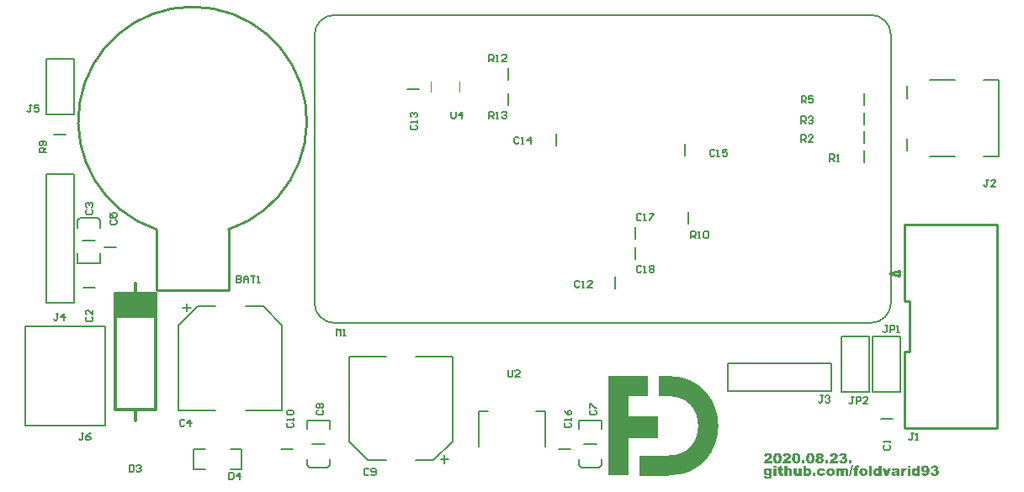
<source format=gbr>
%TF.GenerationSoftware,Altium Limited,Altium Designer,19.1.5 (86)*%
G04 Layer_Color=65535*
%FSLAX43Y43*%
%MOMM*%
%TF.FileFunction,Legend,Top*%
%TF.Part,Single*%
G01*
G75*
%TA.AperFunction,NonConductor*%
%ADD43C,0.254*%
%ADD44C,2.000*%
%ADD45C,0.150*%
%ADD46C,0.200*%
%ADD47R,2.000X10.000*%
%ADD48R,3.000X2.000*%
%ADD49R,4.445X2.270*%
%ADD50R,1.000X2.000*%
%ADD51R,3.000X2.000*%
%ADD69C,0.305*%
%ADD70C,0.100*%
%ADD71R,4.032X2.482*%
G36*
X83913Y3786D02*
X83930D01*
X83948Y3784D01*
X83969Y3782D01*
X83991Y3778D01*
X84039Y3769D01*
X84085Y3756D01*
X84132Y3738D01*
X84150Y3727D01*
X84169Y3714D01*
X84170D01*
X84172Y3710D01*
X84183Y3701D01*
X84196Y3684D01*
X84213Y3662D01*
X84230Y3636D01*
X84245Y3604D01*
X84254Y3567D01*
X84256Y3547D01*
X84257Y3527D01*
Y3523D01*
Y3515D01*
X84256Y3503D01*
X84254Y3488D01*
X84248Y3469D01*
X84243Y3449D01*
X84233Y3428D01*
X84220Y3408D01*
X84219Y3406D01*
X84213Y3399D01*
X84206Y3390D01*
X84195Y3377D01*
X84180Y3364D01*
X84161Y3347D01*
X84139Y3330D01*
X84113Y3315D01*
X84115D01*
X84122Y3314D01*
X84133Y3310D01*
X84146Y3306D01*
X84174Y3295D01*
X84189Y3290D01*
X84202Y3282D01*
X84204Y3280D01*
X84209Y3277D01*
X84219Y3269D01*
X84230Y3260D01*
X84243Y3249D01*
X84256Y3234D01*
X84269Y3217D01*
X84280Y3199D01*
X84282Y3197D01*
X84285Y3190D01*
X84289Y3178D01*
X84295Y3165D01*
X84300Y3147D01*
X84306Y3127D01*
X84307Y3104D01*
X84309Y3078D01*
Y3077D01*
Y3075D01*
Y3064D01*
X84307Y3047D01*
X84304Y3025D01*
X84298Y2997D01*
X84289Y2969D01*
X84278Y2940D01*
X84261Y2908D01*
X84259Y2904D01*
X84252Y2895D01*
X84243Y2880D01*
X84228Y2862D01*
X84207Y2841D01*
X84185Y2821D01*
X84159Y2801D01*
X84128Y2782D01*
X84126D01*
X84124Y2780D01*
X84119Y2779D01*
X84111Y2775D01*
X84104Y2773D01*
X84093Y2769D01*
X84067Y2762D01*
X84033Y2753D01*
X83995Y2747D01*
X83948Y2741D01*
X83898Y2740D01*
X83876D01*
X83865Y2741D01*
X83850D01*
X83820Y2743D01*
X83785Y2747D01*
X83748Y2753D01*
X83713Y2760D01*
X83680Y2771D01*
X83676Y2773D01*
X83667Y2777D01*
X83652Y2784D01*
X83633Y2795D01*
X83613Y2808D01*
X83591Y2825D01*
X83569Y2843D01*
X83548Y2866D01*
X83546Y2869D01*
X83539Y2877D01*
X83530Y2890D01*
X83519Y2908D01*
X83506Y2932D01*
X83495Y2958D01*
X83482Y2990D01*
X83471Y3023D01*
X83752Y3062D01*
Y3058D01*
X83756Y3049D01*
X83759Y3034D01*
X83765Y3016D01*
X83780Y2977D01*
X83791Y2958D01*
X83802Y2943D01*
X83804Y2941D01*
X83808Y2938D01*
X83817Y2934D01*
X83826Y2928D01*
X83839Y2921D01*
X83856Y2917D01*
X83872Y2914D01*
X83893Y2912D01*
X83902D01*
X83913Y2914D01*
X83926Y2917D01*
X83941Y2921D01*
X83958Y2928D01*
X83972Y2940D01*
X83987Y2953D01*
X83989Y2954D01*
X83993Y2960D01*
X84000Y2969D01*
X84008Y2982D01*
X84013Y2997D01*
X84020Y3017D01*
X84024Y3040D01*
X84026Y3064D01*
Y3067D01*
Y3075D01*
X84024Y3088D01*
X84022Y3104D01*
X84017Y3121D01*
X84011Y3140D01*
X84002Y3156D01*
X83989Y3173D01*
X83987Y3175D01*
X83982Y3178D01*
X83974Y3186D01*
X83963Y3193D01*
X83948Y3199D01*
X83932Y3206D01*
X83911Y3210D01*
X83889Y3212D01*
X83876D01*
X83865Y3210D01*
X83852Y3208D01*
X83837Y3204D01*
X83819Y3201D01*
X83798Y3195D01*
X83811Y3395D01*
X83824D01*
X83837Y3393D01*
X83858D01*
X83869Y3395D01*
X83882Y3397D01*
X83895Y3401D01*
X83911Y3408D01*
X83926Y3415D01*
X83941Y3427D01*
X83943Y3428D01*
X83946Y3432D01*
X83954Y3440D01*
X83961Y3451D01*
X83967Y3462D01*
X83974Y3477D01*
X83978Y3493D01*
X83980Y3510D01*
Y3512D01*
Y3517D01*
X83978Y3527D01*
X83976Y3536D01*
X83972Y3549D01*
X83969Y3560D01*
X83961Y3573D01*
X83952Y3584D01*
X83950Y3586D01*
X83946Y3588D01*
X83941Y3593D01*
X83932Y3599D01*
X83920Y3602D01*
X83908Y3608D01*
X83893Y3610D01*
X83874Y3612D01*
X83867D01*
X83858Y3610D01*
X83845Y3608D01*
X83832Y3604D01*
X83819Y3599D01*
X83806Y3591D01*
X83793Y3580D01*
X83791Y3578D01*
X83787Y3575D01*
X83783Y3567D01*
X83776Y3556D01*
X83771Y3541D01*
X83763Y3525D01*
X83758Y3503D01*
X83752Y3477D01*
X83485Y3523D01*
Y3525D01*
X83487Y3528D01*
X83489Y3536D01*
X83491Y3543D01*
X83496Y3554D01*
X83500Y3567D01*
X83513Y3595D01*
X83530Y3627D01*
X83552Y3660D01*
X83578Y3691D01*
X83611Y3719D01*
X83613D01*
X83615Y3723D01*
X83621Y3725D01*
X83630Y3730D01*
X83639Y3736D01*
X83650Y3741D01*
X83665Y3747D01*
X83682Y3754D01*
X83698Y3760D01*
X83719Y3765D01*
X83741Y3771D01*
X83765Y3777D01*
X83791Y3782D01*
X83819Y3784D01*
X83880Y3788D01*
X83898D01*
X83913Y3786D01*
D02*
G37*
G36*
X84754Y2756D02*
X84452D01*
Y3040D01*
X84754D01*
Y2756D01*
D02*
G37*
G36*
X82978Y3786D02*
X82993D01*
X83026Y3784D01*
X83063Y3778D01*
X83102Y3773D01*
X83139Y3764D01*
X83172Y3752D01*
X83174D01*
X83176Y3751D01*
X83185Y3747D01*
X83202Y3738D01*
X83221Y3727D01*
X83241Y3712D01*
X83263Y3695D01*
X83285Y3673D01*
X83304Y3649D01*
X83306Y3645D01*
X83311Y3636D01*
X83319Y3623D01*
X83328Y3602D01*
X83337Y3580D01*
X83345Y3552D01*
X83350Y3523D01*
X83352Y3491D01*
Y3490D01*
Y3488D01*
Y3482D01*
Y3477D01*
X83348Y3458D01*
X83345Y3434D01*
X83339Y3408D01*
X83328Y3377D01*
X83315Y3345D01*
X83296Y3314D01*
X83295Y3310D01*
X83285Y3299D01*
X83272Y3282D01*
X83252Y3260D01*
X83224Y3232D01*
X83208Y3217D01*
X83191Y3201D01*
X83171Y3184D01*
X83148Y3165D01*
X83124Y3147D01*
X83098Y3128D01*
X83095Y3127D01*
X83085Y3119D01*
X83071Y3108D01*
X83052Y3095D01*
X83034Y3082D01*
X83013Y3069D01*
X82996Y3056D01*
X82984Y3045D01*
X82982Y3043D01*
X82978Y3041D01*
X82972Y3036D01*
X82965Y3030D01*
X82945Y3010D01*
X82917Y2986D01*
X83359Y2986D01*
Y2756D01*
X82511Y2756D01*
Y2758D01*
Y2762D01*
X82513Y2769D01*
X82515Y2777D01*
X82517Y2788D01*
X82519Y2801D01*
X82528Y2832D01*
X82539Y2867D01*
X82554Y2906D01*
X82574Y2949D01*
X82598Y2990D01*
X82600Y2991D01*
X82602Y2995D01*
X82606Y3001D01*
X82613Y3010D01*
X82622Y3019D01*
X82632Y3032D01*
X82647Y3047D01*
X82661Y3064D01*
X82678Y3082D01*
X82698Y3103D01*
X82721Y3123D01*
X82747Y3147D01*
X82774Y3171D01*
X82806Y3197D01*
X82839Y3223D01*
X82876Y3251D01*
X82878Y3253D01*
X82882Y3254D01*
X82887Y3260D01*
X82897Y3265D01*
X82917Y3282D01*
X82943Y3303D01*
X82969Y3327D01*
X82996Y3349D01*
X83019Y3371D01*
X83028Y3382D01*
X83035Y3391D01*
X83037Y3393D01*
X83041Y3399D01*
X83047Y3408D01*
X83054Y3421D01*
X83059Y3434D01*
X83065Y3451D01*
X83069Y3465D01*
X83071Y3482D01*
Y3484D01*
Y3490D01*
X83069Y3499D01*
X83067Y3510D01*
X83061Y3523D01*
X83056Y3536D01*
X83047Y3549D01*
X83035Y3562D01*
X83034Y3564D01*
X83030Y3567D01*
X83022Y3573D01*
X83011Y3578D01*
X82998Y3584D01*
X82984Y3590D01*
X82967Y3593D01*
X82948Y3595D01*
X82939D01*
X82930Y3593D01*
X82917Y3591D01*
X82904Y3586D01*
X82889Y3580D01*
X82874Y3571D01*
X82859Y3560D01*
X82858Y3558D01*
X82854Y3554D01*
X82848Y3545D01*
X82841Y3532D01*
X82834Y3515D01*
X82826Y3495D01*
X82821Y3471D01*
X82815Y3441D01*
X82532Y3464D01*
Y3465D01*
Y3469D01*
X82534Y3475D01*
X82535Y3484D01*
X82539Y3504D01*
X82545Y3532D01*
X82554Y3562D01*
X82563Y3591D01*
X82576Y3621D01*
X82591Y3649D01*
X82593Y3652D01*
X82598Y3660D01*
X82609Y3671D01*
X82624Y3686D01*
X82641Y3702D01*
X82663Y3719D01*
X82687Y3736D01*
X82717Y3751D01*
X82719D01*
X82721Y3752D01*
X82732Y3756D01*
X82750Y3762D01*
X82776Y3769D01*
X82808Y3777D01*
X82847Y3782D01*
X82891Y3786D01*
X82941Y3788D01*
X82965D01*
X82978Y3786D01*
D02*
G37*
G36*
X82389Y2756D02*
X82087D01*
Y3040D01*
X82389D01*
Y2756D01*
D02*
G37*
G36*
X80025D02*
X79723D01*
Y3040D01*
X80025D01*
Y2756D01*
D02*
G37*
G36*
X78249Y3786D02*
X78264D01*
X78297Y3784D01*
X78334Y3778D01*
X78373Y3773D01*
X78410Y3764D01*
X78443Y3752D01*
X78445D01*
X78447Y3751D01*
X78456Y3747D01*
X78473Y3738D01*
X78491Y3727D01*
X78512Y3712D01*
X78534Y3695D01*
X78556Y3673D01*
X78575Y3649D01*
X78577Y3645D01*
X78582Y3636D01*
X78590Y3623D01*
X78599Y3602D01*
X78608Y3580D01*
X78615Y3552D01*
X78621Y3523D01*
X78623Y3491D01*
Y3490D01*
Y3488D01*
Y3482D01*
Y3477D01*
X78619Y3458D01*
X78615Y3434D01*
X78610Y3408D01*
X78599Y3377D01*
X78586Y3345D01*
X78567Y3314D01*
X78565Y3310D01*
X78556Y3299D01*
X78543Y3282D01*
X78523Y3260D01*
X78495Y3232D01*
X78478Y3217D01*
X78462Y3201D01*
X78441Y3184D01*
X78419Y3165D01*
X78395Y3147D01*
X78369Y3128D01*
X78366Y3127D01*
X78356Y3119D01*
X78341Y3108D01*
X78323Y3095D01*
X78304Y3082D01*
X78284Y3069D01*
X78267Y3056D01*
X78254Y3045D01*
X78253Y3043D01*
X78249Y3041D01*
X78243Y3036D01*
X78236Y3030D01*
X78216Y3010D01*
X78188Y2986D01*
X78630D01*
Y2756D01*
X77782D01*
Y2758D01*
Y2762D01*
X77784Y2769D01*
X77786Y2777D01*
X77788Y2788D01*
X77790Y2801D01*
X77799Y2832D01*
X77810Y2867D01*
X77825Y2906D01*
X77845Y2949D01*
X77869Y2990D01*
X77871Y2991D01*
X77873Y2995D01*
X77877Y3001D01*
X77884Y3010D01*
X77893Y3019D01*
X77903Y3032D01*
X77917Y3047D01*
X77932Y3064D01*
X77949Y3082D01*
X77969Y3103D01*
X77991Y3123D01*
X78017Y3147D01*
X78045Y3171D01*
X78077Y3197D01*
X78110Y3223D01*
X78147Y3251D01*
X78149Y3253D01*
X78153Y3254D01*
X78158Y3260D01*
X78167Y3265D01*
X78188Y3282D01*
X78214Y3303D01*
X78240Y3327D01*
X78267Y3349D01*
X78290Y3371D01*
X78299Y3382D01*
X78306Y3391D01*
X78308Y3393D01*
X78312Y3399D01*
X78317Y3408D01*
X78325Y3421D01*
X78330Y3434D01*
X78336Y3451D01*
X78340Y3465D01*
X78341Y3482D01*
Y3484D01*
Y3490D01*
X78340Y3499D01*
X78338Y3510D01*
X78332Y3523D01*
X78327Y3536D01*
X78317Y3549D01*
X78306Y3562D01*
X78304Y3564D01*
X78301Y3567D01*
X78293Y3573D01*
X78282Y3578D01*
X78269Y3584D01*
X78254Y3590D01*
X78238Y3593D01*
X78219Y3595D01*
X78210D01*
X78201Y3593D01*
X78188Y3591D01*
X78175Y3586D01*
X78160Y3580D01*
X78145Y3571D01*
X78130Y3560D01*
X78128Y3558D01*
X78125Y3554D01*
X78119Y3545D01*
X78112Y3532D01*
X78104Y3515D01*
X78097Y3495D01*
X78091Y3471D01*
X78086Y3441D01*
X77803Y3464D01*
Y3465D01*
Y3469D01*
X77804Y3475D01*
X77806Y3484D01*
X77810Y3504D01*
X77816Y3532D01*
X77825Y3562D01*
X77834Y3591D01*
X77847Y3621D01*
X77862Y3649D01*
X77864Y3652D01*
X77869Y3660D01*
X77880Y3671D01*
X77895Y3686D01*
X77912Y3702D01*
X77934Y3719D01*
X77958Y3736D01*
X77988Y3751D01*
X77990D01*
X77991Y3752D01*
X78003Y3756D01*
X78021Y3762D01*
X78047Y3769D01*
X78078Y3777D01*
X78117Y3782D01*
X78162Y3786D01*
X78212Y3788D01*
X78236D01*
X78249Y3786D01*
D02*
G37*
G36*
X76356D02*
X76371D01*
X76405Y3784D01*
X76442Y3778D01*
X76481Y3773D01*
X76518Y3764D01*
X76551Y3752D01*
X76553D01*
X76555Y3751D01*
X76564Y3747D01*
X76580Y3738D01*
X76599Y3727D01*
X76619Y3712D01*
X76642Y3695D01*
X76664Y3673D01*
X76682Y3649D01*
X76684Y3645D01*
X76690Y3636D01*
X76697Y3623D01*
X76706Y3602D01*
X76716Y3580D01*
X76723Y3552D01*
X76729Y3523D01*
X76730Y3491D01*
Y3490D01*
Y3488D01*
Y3482D01*
Y3477D01*
X76727Y3458D01*
X76723Y3434D01*
X76718Y3408D01*
X76706Y3377D01*
X76693Y3345D01*
X76675Y3314D01*
X76673Y3310D01*
X76664Y3299D01*
X76651Y3282D01*
X76630Y3260D01*
X76603Y3232D01*
X76586Y3217D01*
X76569Y3201D01*
X76549Y3184D01*
X76527Y3165D01*
X76503Y3147D01*
X76477Y3128D01*
X76473Y3127D01*
X76464Y3119D01*
X76449Y3108D01*
X76431Y3095D01*
X76412Y3082D01*
X76392Y3069D01*
X76375Y3056D01*
X76362Y3045D01*
X76360Y3043D01*
X76356Y3041D01*
X76351Y3036D01*
X76343Y3030D01*
X76323Y3010D01*
X76295Y2986D01*
X76738D01*
Y2756D01*
X75890D01*
Y2758D01*
Y2762D01*
X75892Y2769D01*
X75894Y2777D01*
X75895Y2788D01*
X75897Y2801D01*
X75907Y2832D01*
X75918Y2867D01*
X75932Y2906D01*
X75953Y2949D01*
X75977Y2990D01*
X75979Y2991D01*
X75981Y2995D01*
X75984Y3001D01*
X75992Y3010D01*
X76001Y3019D01*
X76010Y3032D01*
X76025Y3047D01*
X76040Y3064D01*
X76056Y3082D01*
X76077Y3103D01*
X76099Y3123D01*
X76125Y3147D01*
X76153Y3171D01*
X76184Y3197D01*
X76218Y3223D01*
X76255Y3251D01*
X76256Y3253D01*
X76260Y3254D01*
X76266Y3260D01*
X76275Y3265D01*
X76295Y3282D01*
X76321Y3303D01*
X76347Y3327D01*
X76375Y3349D01*
X76397Y3371D01*
X76406Y3382D01*
X76414Y3391D01*
X76416Y3393D01*
X76419Y3399D01*
X76425Y3408D01*
X76432Y3421D01*
X76438Y3434D01*
X76443Y3451D01*
X76447Y3465D01*
X76449Y3482D01*
Y3484D01*
Y3490D01*
X76447Y3499D01*
X76445Y3510D01*
X76440Y3523D01*
X76434Y3536D01*
X76425Y3549D01*
X76414Y3562D01*
X76412Y3564D01*
X76408Y3567D01*
X76401Y3573D01*
X76390Y3578D01*
X76377Y3584D01*
X76362Y3590D01*
X76345Y3593D01*
X76327Y3595D01*
X76318D01*
X76308Y3593D01*
X76295Y3591D01*
X76282Y3586D01*
X76268Y3580D01*
X76253Y3571D01*
X76238Y3560D01*
X76236Y3558D01*
X76232Y3554D01*
X76227Y3545D01*
X76219Y3532D01*
X76212Y3515D01*
X76205Y3495D01*
X76199Y3471D01*
X76193Y3441D01*
X75910Y3464D01*
Y3465D01*
Y3469D01*
X75912Y3475D01*
X75914Y3484D01*
X75918Y3504D01*
X75923Y3532D01*
X75932Y3562D01*
X75942Y3591D01*
X75955Y3621D01*
X75969Y3649D01*
X75971Y3652D01*
X75977Y3660D01*
X75988Y3671D01*
X76003Y3686D01*
X76019Y3702D01*
X76042Y3719D01*
X76066Y3736D01*
X76095Y3751D01*
X76097D01*
X76099Y3752D01*
X76110Y3756D01*
X76129Y3762D01*
X76155Y3769D01*
X76186Y3777D01*
X76225Y3782D01*
X76269Y3786D01*
X76319Y3788D01*
X76343D01*
X76356Y3786D01*
D02*
G37*
G36*
X81545D02*
X81561D01*
X81582Y3784D01*
X81602Y3782D01*
X81626Y3778D01*
X81674Y3769D01*
X81724Y3754D01*
X81773Y3736D01*
X81793Y3723D01*
X81813Y3710D01*
X81815D01*
X81817Y3706D01*
X81828Y3695D01*
X81845Y3678D01*
X81863Y3656D01*
X81880Y3628D01*
X81897Y3595D01*
X81908Y3558D01*
X81910Y3538D01*
X81911Y3515D01*
Y3512D01*
Y3504D01*
X81910Y3491D01*
X81906Y3475D01*
X81902Y3454D01*
X81895Y3432D01*
X81886Y3410D01*
X81873Y3388D01*
X81871Y3386D01*
X81867Y3380D01*
X81860Y3371D01*
X81850Y3360D01*
X81837Y3347D01*
X81821Y3334D01*
X81802Y3317D01*
X81780Y3303D01*
X81782D01*
X81784Y3301D01*
X81793Y3295D01*
X81808Y3286D01*
X81826Y3275D01*
X81847Y3260D01*
X81867Y3241D01*
X81887Y3221D01*
X81904Y3197D01*
X81906Y3193D01*
X81910Y3186D01*
X81917Y3173D01*
X81924Y3154D01*
X81932Y3134D01*
X81939Y3108D01*
X81943Y3082D01*
X81945Y3053D01*
Y3049D01*
Y3040D01*
X81943Y3025D01*
X81941Y3006D01*
X81936Y2984D01*
X81930Y2960D01*
X81921Y2936D01*
X81910Y2910D01*
X81908Y2906D01*
X81904Y2899D01*
X81897Y2888D01*
X81886Y2873D01*
X81873Y2856D01*
X81858Y2840D01*
X81841Y2823D01*
X81823Y2808D01*
X81821Y2806D01*
X81813Y2803D01*
X81802Y2797D01*
X81787Y2788D01*
X81769Y2780D01*
X81748Y2771D01*
X81723Y2764D01*
X81695Y2756D01*
X81691D01*
X81682Y2754D01*
X81667Y2751D01*
X81647Y2749D01*
X81623Y2745D01*
X81595Y2741D01*
X81565Y2740D01*
X81508D01*
X81493Y2741D01*
X81478D01*
X81443Y2745D01*
X81402Y2749D01*
X81361Y2754D01*
X81321Y2764D01*
X81286Y2777D01*
X81282Y2779D01*
X81271Y2784D01*
X81256Y2793D01*
X81237Y2806D01*
X81217Y2821D01*
X81195Y2841D01*
X81174Y2864D01*
X81156Y2890D01*
X81154Y2893D01*
X81149Y2903D01*
X81143Y2917D01*
X81136Y2938D01*
X81126Y2962D01*
X81121Y2990D01*
X81115Y3021D01*
X81113Y3054D01*
Y3056D01*
Y3058D01*
Y3069D01*
X81115Y3086D01*
X81119Y3108D01*
X81123Y3132D01*
X81130Y3156D01*
X81141Y3182D01*
X81154Y3206D01*
X81156Y3210D01*
X81162Y3217D01*
X81171Y3228D01*
X81186Y3241D01*
X81204Y3258D01*
X81224Y3273D01*
X81252Y3290D01*
X81282Y3303D01*
X81278Y3304D01*
X81271Y3308D01*
X81260Y3315D01*
X81245Y3325D01*
X81230Y3338D01*
X81213Y3351D01*
X81199Y3365D01*
X81186Y3380D01*
X81184Y3382D01*
X81180Y3391D01*
X81173Y3403D01*
X81165Y3419D01*
X81158Y3440D01*
X81150Y3464D01*
X81147Y3490D01*
X81145Y3517D01*
Y3519D01*
Y3523D01*
Y3530D01*
X81147Y3538D01*
X81149Y3549D01*
X81150Y3562D01*
X81160Y3591D01*
X81174Y3623D01*
X81184Y3641D01*
X81195Y3658D01*
X81208Y3675D01*
X81224Y3693D01*
X81243Y3710D01*
X81263Y3725D01*
X81265D01*
X81267Y3727D01*
X81273Y3730D01*
X81280Y3734D01*
X81289Y3740D01*
X81302Y3745D01*
X81315Y3751D01*
X81330Y3756D01*
X81365Y3767D01*
X81408Y3778D01*
X81456Y3786D01*
X81511Y3788D01*
X81532D01*
X81545Y3786D01*
D02*
G37*
G36*
X80625D02*
X80649Y3784D01*
X80675Y3782D01*
X80702Y3777D01*
X80730Y3771D01*
X80756Y3762D01*
X80760Y3760D01*
X80767Y3758D01*
X80780Y3751D01*
X80795Y3743D01*
X80812Y3734D01*
X80830Y3723D01*
X80847Y3710D01*
X80863Y3695D01*
X80865Y3693D01*
X80871Y3688D01*
X80878Y3680D01*
X80887Y3669D01*
X80899Y3658D01*
X80910Y3643D01*
X80930Y3610D01*
X80932Y3608D01*
X80934Y3602D01*
X80939Y3593D01*
X80945Y3580D01*
X80950Y3565D01*
X80956Y3547D01*
X80963Y3528D01*
X80969Y3506D01*
Y3504D01*
X80971Y3501D01*
X80973Y3495D01*
X80974Y3486D01*
X80976Y3477D01*
X80978Y3464D01*
X80984Y3434D01*
X80989Y3399D01*
X80995Y3360D01*
X80997Y3315D01*
X80999Y3271D01*
Y3267D01*
Y3258D01*
Y3245D01*
X80997Y3227D01*
X80995Y3203D01*
X80993Y3177D01*
X80991Y3149D01*
X80987Y3117D01*
X80976Y3051D01*
X80960Y2984D01*
X80949Y2953D01*
X80936Y2921D01*
X80921Y2893D01*
X80904Y2867D01*
X80902Y2866D01*
X80900Y2862D01*
X80895Y2856D01*
X80886Y2847D01*
X80874Y2838D01*
X80862Y2827D01*
X80847Y2816D01*
X80828Y2804D01*
X80808Y2791D01*
X80784Y2780D01*
X80758Y2769D01*
X80728Y2760D01*
X80697Y2751D01*
X80662Y2745D01*
X80623Y2741D01*
X80582Y2740D01*
X80560D01*
X80549Y2741D01*
X80537D01*
X80508Y2745D01*
X80475Y2749D01*
X80439Y2756D01*
X80404Y2767D01*
X80373Y2780D01*
X80369Y2782D01*
X80360Y2788D01*
X80345Y2797D01*
X80328Y2810D01*
X80306Y2827D01*
X80286Y2847D01*
X80263Y2871D01*
X80243Y2899D01*
X80241Y2901D01*
X80238Y2910D01*
X80230Y2921D01*
X80223Y2940D01*
X80213Y2960D01*
X80204Y2986D01*
X80195Y3017D01*
X80188Y3051D01*
Y3053D01*
Y3054D01*
X80186Y3060D01*
X80184Y3067D01*
X80182Y3088D01*
X80178Y3115D01*
X80175Y3147D01*
X80171Y3184D01*
X80169Y3225D01*
X80167Y3267D01*
Y3271D01*
Y3280D01*
Y3295D01*
X80169Y3314D01*
X80171Y3338D01*
X80173Y3365D01*
X80176Y3395D01*
X80180Y3427D01*
X80193Y3493D01*
X80212Y3560D01*
X80223Y3591D01*
X80238Y3621D01*
X80252Y3647D01*
X80271Y3671D01*
X80273Y3673D01*
X80276Y3677D01*
X80282Y3682D01*
X80291Y3690D01*
X80302Y3699D01*
X80315Y3708D01*
X80332Y3719D01*
X80350Y3730D01*
X80371Y3740D01*
X80395Y3751D01*
X80421Y3760D01*
X80449Y3769D01*
X80480Y3777D01*
X80513Y3782D01*
X80550Y3786D01*
X80589Y3788D01*
X80606D01*
X80625Y3786D01*
D02*
G37*
G36*
X79206D02*
X79230Y3784D01*
X79256Y3782D01*
X79284Y3777D01*
X79312Y3771D01*
X79338Y3762D01*
X79341Y3760D01*
X79349Y3758D01*
X79362Y3751D01*
X79377Y3743D01*
X79393Y3734D01*
X79412Y3723D01*
X79428Y3710D01*
X79445Y3695D01*
X79447Y3693D01*
X79452Y3688D01*
X79460Y3680D01*
X79469Y3669D01*
X79480Y3658D01*
X79491Y3643D01*
X79512Y3610D01*
X79514Y3608D01*
X79515Y3602D01*
X79521Y3593D01*
X79526Y3580D01*
X79532Y3565D01*
X79538Y3547D01*
X79545Y3528D01*
X79551Y3506D01*
Y3504D01*
X79552Y3501D01*
X79554Y3495D01*
X79556Y3486D01*
X79558Y3477D01*
X79560Y3464D01*
X79565Y3434D01*
X79571Y3399D01*
X79576Y3360D01*
X79578Y3315D01*
X79580Y3271D01*
Y3267D01*
Y3258D01*
Y3245D01*
X79578Y3227D01*
X79576Y3203D01*
X79575Y3177D01*
X79573Y3149D01*
X79569Y3117D01*
X79558Y3051D01*
X79541Y2984D01*
X79530Y2953D01*
X79517Y2921D01*
X79502Y2893D01*
X79486Y2867D01*
X79484Y2866D01*
X79482Y2862D01*
X79477Y2856D01*
X79467Y2847D01*
X79456Y2838D01*
X79443Y2827D01*
X79428Y2816D01*
X79410Y2804D01*
X79389Y2791D01*
X79365Y2780D01*
X79339Y2769D01*
X79310Y2760D01*
X79278Y2751D01*
X79243Y2745D01*
X79204Y2741D01*
X79164Y2740D01*
X79141D01*
X79130Y2741D01*
X79119D01*
X79090Y2745D01*
X79056Y2749D01*
X79021Y2756D01*
X78986Y2767D01*
X78954Y2780D01*
X78951Y2782D01*
X78941Y2788D01*
X78927Y2797D01*
X78910Y2810D01*
X78888Y2827D01*
X78867Y2847D01*
X78845Y2871D01*
X78825Y2899D01*
X78823Y2901D01*
X78819Y2910D01*
X78812Y2921D01*
X78804Y2940D01*
X78795Y2960D01*
X78786Y2986D01*
X78777Y3017D01*
X78769Y3051D01*
Y3053D01*
Y3054D01*
X78767Y3060D01*
X78765Y3067D01*
X78764Y3088D01*
X78760Y3115D01*
X78756Y3147D01*
X78753Y3184D01*
X78751Y3225D01*
X78749Y3267D01*
Y3271D01*
Y3280D01*
Y3295D01*
X78751Y3314D01*
X78753Y3338D01*
X78754Y3365D01*
X78758Y3395D01*
X78762Y3427D01*
X78775Y3493D01*
X78793Y3560D01*
X78804Y3591D01*
X78819Y3621D01*
X78834Y3647D01*
X78852Y3671D01*
X78854Y3673D01*
X78858Y3677D01*
X78864Y3682D01*
X78873Y3690D01*
X78884Y3699D01*
X78897Y3708D01*
X78914Y3719D01*
X78932Y3730D01*
X78952Y3740D01*
X78977Y3751D01*
X79002Y3760D01*
X79030Y3769D01*
X79062Y3777D01*
X79095Y3782D01*
X79132Y3786D01*
X79171Y3788D01*
X79188D01*
X79206Y3786D01*
D02*
G37*
G36*
X77314D02*
X77338Y3784D01*
X77364Y3782D01*
X77392Y3777D01*
X77419Y3771D01*
X77445Y3762D01*
X77449Y3760D01*
X77456Y3758D01*
X77469Y3751D01*
X77484Y3743D01*
X77501Y3734D01*
X77519Y3723D01*
X77536Y3710D01*
X77553Y3695D01*
X77554Y3693D01*
X77560Y3688D01*
X77567Y3680D01*
X77577Y3669D01*
X77588Y3658D01*
X77599Y3643D01*
X77619Y3610D01*
X77621Y3608D01*
X77623Y3602D01*
X77629Y3593D01*
X77634Y3580D01*
X77640Y3565D01*
X77645Y3547D01*
X77653Y3528D01*
X77658Y3506D01*
Y3504D01*
X77660Y3501D01*
X77662Y3495D01*
X77664Y3486D01*
X77666Y3477D01*
X77667Y3464D01*
X77673Y3434D01*
X77679Y3399D01*
X77684Y3360D01*
X77686Y3315D01*
X77688Y3271D01*
Y3267D01*
Y3258D01*
Y3245D01*
X77686Y3227D01*
X77684Y3203D01*
X77682Y3177D01*
X77680Y3149D01*
X77677Y3117D01*
X77666Y3051D01*
X77649Y2984D01*
X77638Y2953D01*
X77625Y2921D01*
X77610Y2893D01*
X77593Y2867D01*
X77592Y2866D01*
X77590Y2862D01*
X77584Y2856D01*
X77575Y2847D01*
X77564Y2838D01*
X77551Y2827D01*
X77536Y2816D01*
X77517Y2804D01*
X77497Y2791D01*
X77473Y2780D01*
X77447Y2769D01*
X77417Y2760D01*
X77386Y2751D01*
X77351Y2745D01*
X77312Y2741D01*
X77271Y2740D01*
X77249D01*
X77238Y2741D01*
X77227D01*
X77197Y2745D01*
X77164Y2749D01*
X77129Y2756D01*
X77093Y2767D01*
X77062Y2780D01*
X77058Y2782D01*
X77049Y2788D01*
X77034Y2797D01*
X77017Y2810D01*
X76995Y2827D01*
X76975Y2847D01*
X76953Y2871D01*
X76932Y2899D01*
X76930Y2901D01*
X76927Y2910D01*
X76919Y2921D01*
X76912Y2940D01*
X76903Y2960D01*
X76893Y2986D01*
X76884Y3017D01*
X76877Y3051D01*
Y3053D01*
Y3054D01*
X76875Y3060D01*
X76873Y3067D01*
X76871Y3088D01*
X76868Y3115D01*
X76864Y3147D01*
X76860Y3184D01*
X76858Y3225D01*
X76856Y3267D01*
Y3271D01*
Y3280D01*
Y3295D01*
X76858Y3314D01*
X76860Y3338D01*
X76862Y3365D01*
X76866Y3395D01*
X76869Y3427D01*
X76882Y3493D01*
X76901Y3560D01*
X76912Y3591D01*
X76927Y3621D01*
X76942Y3647D01*
X76960Y3671D01*
X76962Y3673D01*
X76966Y3677D01*
X76971Y3682D01*
X76980Y3690D01*
X76992Y3699D01*
X77005Y3708D01*
X77021Y3719D01*
X77040Y3730D01*
X77060Y3740D01*
X77084Y3751D01*
X77110Y3760D01*
X77138Y3769D01*
X77169Y3777D01*
X77203Y3782D01*
X77240Y3786D01*
X77279Y3788D01*
X77295D01*
X77314Y3786D01*
D02*
G37*
G36*
X85337Y2535D02*
X85367Y2533D01*
X85404Y2529D01*
X85448Y2524D01*
X85498Y2518D01*
X85467Y2348D01*
X85465D01*
X85459Y2350D01*
X85450Y2352D01*
X85437Y2353D01*
X85411Y2355D01*
X85385Y2357D01*
X85372D01*
X85363Y2355D01*
X85346Y2352D01*
X85337Y2348D01*
X85330Y2344D01*
X85328Y2342D01*
X85320Y2335D01*
X85313Y2322D01*
X85306Y2303D01*
Y2300D01*
Y2296D01*
Y2290D01*
X85304Y2281D01*
Y2270D01*
Y2257D01*
Y2240D01*
X85439D01*
Y2035D01*
X85304D01*
Y1505D01*
X85020D01*
Y2035D01*
X84915D01*
Y2240D01*
X85020D01*
Y2272D01*
Y2274D01*
Y2279D01*
Y2289D01*
X85022Y2302D01*
Y2316D01*
X85024Y2333D01*
X85030Y2372D01*
Y2374D01*
X85031Y2381D01*
X85033Y2390D01*
X85037Y2403D01*
X85048Y2431D01*
X85056Y2446D01*
X85065Y2459D01*
X85067Y2461D01*
X85070Y2464D01*
X85076Y2472D01*
X85085Y2479D01*
X85096Y2489D01*
X85109Y2498D01*
X85124Y2507D01*
X85141Y2514D01*
X85143Y2516D01*
X85150Y2518D01*
X85161Y2522D01*
X85176Y2526D01*
X85196Y2529D01*
X85220Y2533D01*
X85248Y2537D01*
X85313D01*
X85337Y2535D01*
D02*
G37*
G36*
X90640Y2327D02*
X90359D01*
Y2520D01*
X90640D01*
Y2327D01*
D02*
G37*
G36*
X77164Y2327D02*
X76882D01*
Y2520D01*
X77164D01*
Y2327D01*
D02*
G37*
G36*
X91594Y1505D02*
X91329D01*
Y1613D01*
X91327Y1609D01*
X91320Y1602D01*
X91309Y1590D01*
X91296Y1576D01*
X91279Y1561D01*
X91262Y1544D01*
X91246Y1531D01*
X91227Y1520D01*
X91225Y1518D01*
X91216Y1515D01*
X91203Y1511D01*
X91188Y1505D01*
X91168Y1498D01*
X91144Y1494D01*
X91120Y1490D01*
X91092Y1489D01*
X91077D01*
X91068Y1490D01*
X91055Y1492D01*
X91040Y1494D01*
X91007Y1503D01*
X90970Y1516D01*
X90951Y1526D01*
X90933Y1537D01*
X90912Y1550D01*
X90896Y1565D01*
X90879Y1581D01*
X90862Y1602D01*
Y1603D01*
X90859Y1607D01*
X90855Y1613D01*
X90849Y1622D01*
X90844Y1633D01*
X90838Y1646D01*
X90831Y1663D01*
X90823Y1679D01*
X90816Y1698D01*
X90809Y1720D01*
X90798Y1766D01*
X90788Y1820D01*
X90785Y1879D01*
Y1881D01*
Y1887D01*
Y1898D01*
X90786Y1909D01*
Y1926D01*
X90790Y1942D01*
X90792Y1963D01*
X90796Y1983D01*
X90807Y2027D01*
X90822Y2076D01*
X90844Y2120D01*
X90857Y2140D01*
X90872Y2159D01*
X90873Y2161D01*
X90875Y2163D01*
X90881Y2168D01*
X90888Y2174D01*
X90907Y2190D01*
X90933Y2209D01*
X90964Y2226D01*
X91001Y2242D01*
X91046Y2253D01*
X91070Y2255D01*
X91094Y2257D01*
X91105D01*
X91118Y2255D01*
X91133D01*
X91151Y2252D01*
X91172Y2248D01*
X91192Y2242D01*
X91212Y2235D01*
X91214Y2233D01*
X91222Y2231D01*
X91231Y2226D01*
X91244Y2218D01*
X91259Y2209D01*
X91275Y2198D01*
X91292Y2183D01*
X91309Y2168D01*
Y2520D01*
X91594D01*
Y1505D01*
D02*
G37*
G36*
X87733D02*
X87468D01*
Y1613D01*
X87466Y1609D01*
X87459Y1602D01*
X87448Y1590D01*
X87435Y1576D01*
X87418Y1561D01*
X87402Y1544D01*
X87385Y1531D01*
X87366Y1520D01*
X87365Y1518D01*
X87355Y1515D01*
X87342Y1511D01*
X87328Y1505D01*
X87307Y1498D01*
X87283Y1494D01*
X87259Y1490D01*
X87231Y1489D01*
X87216D01*
X87207Y1490D01*
X87194Y1492D01*
X87179Y1494D01*
X87146Y1503D01*
X87109Y1516D01*
X87091Y1526D01*
X87072Y1537D01*
X87052Y1550D01*
X87035Y1565D01*
X87018Y1581D01*
X87002Y1602D01*
Y1603D01*
X86998Y1607D01*
X86994Y1613D01*
X86989Y1622D01*
X86983Y1633D01*
X86978Y1646D01*
X86970Y1663D01*
X86963Y1679D01*
X86955Y1698D01*
X86948Y1720D01*
X86937Y1766D01*
X86928Y1820D01*
X86924Y1879D01*
Y1881D01*
Y1887D01*
Y1898D01*
X86926Y1909D01*
Y1926D01*
X86929Y1942D01*
X86931Y1963D01*
X86935Y1983D01*
X86946Y2027D01*
X86961Y2076D01*
X86983Y2120D01*
X86996Y2140D01*
X87011Y2159D01*
X87013Y2161D01*
X87015Y2163D01*
X87020Y2168D01*
X87028Y2174D01*
X87046Y2190D01*
X87072Y2209D01*
X87103Y2226D01*
X87141Y2242D01*
X87185Y2253D01*
X87209Y2255D01*
X87233Y2257D01*
X87244D01*
X87257Y2255D01*
X87272D01*
X87290Y2252D01*
X87311Y2248D01*
X87331Y2242D01*
X87352Y2235D01*
X87353Y2233D01*
X87361Y2231D01*
X87370Y2226D01*
X87383Y2218D01*
X87398Y2209D01*
X87415Y2198D01*
X87431Y2183D01*
X87448Y2168D01*
Y2520D01*
X87733D01*
Y1505D01*
D02*
G37*
G36*
X93120Y2535D02*
X93136D01*
X93155Y2533D01*
X93175Y2531D01*
X93197Y2527D01*
X93245Y2518D01*
X93292Y2505D01*
X93338Y2487D01*
X93357Y2476D01*
X93375Y2463D01*
X93377D01*
X93379Y2459D01*
X93390Y2450D01*
X93403Y2433D01*
X93420Y2411D01*
X93436Y2385D01*
X93451Y2353D01*
X93460Y2316D01*
X93462Y2296D01*
X93464Y2276D01*
Y2272D01*
Y2264D01*
X93462Y2252D01*
X93460Y2237D01*
X93455Y2218D01*
X93449Y2198D01*
X93440Y2177D01*
X93427Y2157D01*
X93425Y2155D01*
X93420Y2148D01*
X93412Y2139D01*
X93401Y2126D01*
X93386Y2113D01*
X93368Y2096D01*
X93345Y2079D01*
X93320Y2065D01*
X93321D01*
X93329Y2063D01*
X93340Y2059D01*
X93353Y2055D01*
X93381Y2044D01*
X93395Y2039D01*
X93408Y2031D01*
X93410Y2029D01*
X93416Y2026D01*
X93425Y2018D01*
X93436Y2009D01*
X93449Y1998D01*
X93462Y1983D01*
X93475Y1966D01*
X93486Y1948D01*
X93488Y1946D01*
X93492Y1939D01*
X93495Y1927D01*
X93501Y1915D01*
X93507Y1896D01*
X93512Y1876D01*
X93514Y1853D01*
X93516Y1827D01*
Y1826D01*
Y1824D01*
Y1813D01*
X93514Y1796D01*
X93510Y1774D01*
X93505Y1746D01*
X93495Y1718D01*
X93484Y1689D01*
X93468Y1657D01*
X93466Y1653D01*
X93458Y1644D01*
X93449Y1629D01*
X93434Y1611D01*
X93414Y1590D01*
X93392Y1570D01*
X93366Y1550D01*
X93334Y1531D01*
X93332D01*
X93331Y1529D01*
X93325Y1528D01*
X93318Y1524D01*
X93310Y1522D01*
X93299Y1518D01*
X93273Y1511D01*
X93240Y1502D01*
X93201Y1496D01*
X93155Y1490D01*
X93105Y1489D01*
X93082D01*
X93071Y1490D01*
X93057D01*
X93027Y1492D01*
X92992Y1496D01*
X92955Y1502D01*
X92920Y1509D01*
X92886Y1520D01*
X92883Y1522D01*
X92873Y1526D01*
X92858Y1533D01*
X92840Y1544D01*
X92820Y1557D01*
X92797Y1574D01*
X92775Y1592D01*
X92755Y1615D01*
X92753Y1618D01*
X92745Y1626D01*
X92736Y1639D01*
X92725Y1657D01*
X92712Y1681D01*
X92701Y1707D01*
X92688Y1739D01*
X92677Y1772D01*
X92958Y1811D01*
Y1807D01*
X92962Y1798D01*
X92966Y1783D01*
X92971Y1765D01*
X92986Y1726D01*
X92997Y1707D01*
X93008Y1692D01*
X93010Y1690D01*
X93014Y1687D01*
X93023Y1683D01*
X93033Y1678D01*
X93045Y1670D01*
X93062Y1666D01*
X93079Y1663D01*
X93099Y1661D01*
X93108D01*
X93120Y1663D01*
X93132Y1666D01*
X93147Y1670D01*
X93164Y1678D01*
X93179Y1689D01*
X93194Y1702D01*
X93195Y1703D01*
X93199Y1709D01*
X93207Y1718D01*
X93214Y1731D01*
X93220Y1746D01*
X93227Y1766D01*
X93231Y1789D01*
X93232Y1813D01*
Y1816D01*
Y1824D01*
X93231Y1837D01*
X93229Y1853D01*
X93223Y1870D01*
X93218Y1889D01*
X93208Y1905D01*
X93195Y1922D01*
X93194Y1924D01*
X93188Y1927D01*
X93181Y1935D01*
X93170Y1942D01*
X93155Y1948D01*
X93138Y1955D01*
X93118Y1959D01*
X93095Y1961D01*
X93082D01*
X93071Y1959D01*
X93058Y1957D01*
X93044Y1953D01*
X93025Y1950D01*
X93005Y1944D01*
X93018Y2144D01*
X93031D01*
X93044Y2142D01*
X93064D01*
X93075Y2144D01*
X93088Y2146D01*
X93101Y2150D01*
X93118Y2157D01*
X93132Y2164D01*
X93147Y2176D01*
X93149Y2177D01*
X93153Y2181D01*
X93160Y2189D01*
X93168Y2200D01*
X93173Y2211D01*
X93181Y2226D01*
X93184Y2242D01*
X93186Y2259D01*
Y2261D01*
Y2266D01*
X93184Y2276D01*
X93182Y2285D01*
X93179Y2298D01*
X93175Y2309D01*
X93168Y2322D01*
X93158Y2333D01*
X93157Y2335D01*
X93153Y2337D01*
X93147Y2342D01*
X93138Y2348D01*
X93127Y2352D01*
X93114Y2357D01*
X93099Y2359D01*
X93081Y2361D01*
X93073D01*
X93064Y2359D01*
X93051Y2357D01*
X93038Y2353D01*
X93025Y2348D01*
X93012Y2340D01*
X92999Y2329D01*
X92997Y2327D01*
X92994Y2324D01*
X92990Y2316D01*
X92982Y2305D01*
X92977Y2290D01*
X92970Y2274D01*
X92964Y2252D01*
X92958Y2226D01*
X92692Y2272D01*
Y2274D01*
X92694Y2277D01*
X92696Y2285D01*
X92697Y2292D01*
X92703Y2303D01*
X92707Y2316D01*
X92720Y2344D01*
X92736Y2376D01*
X92758Y2409D01*
X92784Y2440D01*
X92818Y2468D01*
X92820D01*
X92821Y2472D01*
X92827Y2474D01*
X92836Y2479D01*
X92845Y2485D01*
X92857Y2490D01*
X92871Y2496D01*
X92888Y2503D01*
X92905Y2509D01*
X92925Y2514D01*
X92947Y2520D01*
X92971Y2526D01*
X92997Y2531D01*
X93025Y2533D01*
X93086Y2537D01*
X93105D01*
X93120Y2535D01*
D02*
G37*
G36*
X84196Y2255D02*
X84217Y2253D01*
X84245Y2248D01*
X84274Y2240D01*
X84304Y2227D01*
X84333Y2211D01*
X84361Y2187D01*
X84365Y2183D01*
X84372Y2174D01*
X84382Y2157D01*
X84395Y2133D01*
X84407Y2102D01*
X84417Y2065D01*
X84424Y2018D01*
X84428Y1994D01*
Y1966D01*
Y1505D01*
X84145D01*
Y1924D01*
Y1926D01*
Y1931D01*
X84143Y1940D01*
Y1952D01*
X84135Y1976D01*
X84132Y1989D01*
X84124Y1998D01*
X84122Y2000D01*
X84119Y2003D01*
X84113Y2011D01*
X84106Y2018D01*
X84095Y2024D01*
X84083Y2031D01*
X84069Y2035D01*
X84054Y2037D01*
X84046D01*
X84037Y2035D01*
X84026Y2033D01*
X84013Y2027D01*
X84000Y2022D01*
X83985Y2013D01*
X83974Y2000D01*
X83972Y1998D01*
X83970Y1992D01*
X83965Y1985D01*
X83959Y1972D01*
X83954Y1957D01*
X83950Y1937D01*
X83946Y1913D01*
X83945Y1885D01*
Y1505D01*
X83661D01*
Y1909D01*
Y1911D01*
Y1916D01*
Y1926D01*
Y1935D01*
X83659Y1957D01*
X83658Y1966D01*
X83656Y1974D01*
Y1976D01*
X83654Y1979D01*
X83648Y1990D01*
X83639Y2003D01*
X83624Y2018D01*
X83622D01*
X83621Y2022D01*
X83609Y2027D01*
X83593Y2033D01*
X83572Y2037D01*
X83565D01*
X83556Y2035D01*
X83543Y2033D01*
X83530Y2027D01*
X83517Y2022D01*
X83504Y2013D01*
X83491Y2000D01*
X83489Y1998D01*
X83487Y1992D01*
X83482Y1983D01*
X83476Y1970D01*
X83471Y1953D01*
X83467Y1933D01*
X83463Y1909D01*
X83461Y1879D01*
Y1505D01*
X83178D01*
Y2240D01*
X83441D01*
Y2131D01*
X83443Y2135D01*
X83450Y2142D01*
X83461Y2155D01*
X83476Y2168D01*
X83495Y2185D01*
X83513Y2202D01*
X83533Y2214D01*
X83556Y2227D01*
X83558Y2229D01*
X83567Y2233D01*
X83578Y2237D01*
X83595Y2242D01*
X83615Y2248D01*
X83639Y2253D01*
X83667Y2255D01*
X83696Y2257D01*
X83711D01*
X83726Y2255D01*
X83746Y2253D01*
X83769Y2250D01*
X83793Y2244D01*
X83815Y2237D01*
X83835Y2226D01*
X83837Y2224D01*
X83845Y2220D01*
X83854Y2213D01*
X83865Y2202D01*
X83878Y2189D01*
X83893Y2172D01*
X83906Y2153D01*
X83919Y2131D01*
X83922Y2135D01*
X83930Y2142D01*
X83943Y2155D01*
X83959Y2170D01*
X83978Y2187D01*
X83998Y2203D01*
X84019Y2218D01*
X84039Y2229D01*
X84041Y2231D01*
X84048Y2233D01*
X84061Y2239D01*
X84078Y2244D01*
X84096Y2248D01*
X84120Y2253D01*
X84146Y2255D01*
X84176Y2257D01*
X84187D01*
X84196Y2255D01*
D02*
G37*
G36*
X90188D02*
X90205Y2252D01*
X90225Y2248D01*
X90248Y2240D01*
X90274Y2231D01*
X90301Y2218D01*
X90212Y2016D01*
X90211Y2018D01*
X90205Y2020D01*
X90196Y2024D01*
X90185Y2027D01*
X90159Y2035D01*
X90146Y2039D01*
X90125D01*
X90116Y2037D01*
X90103Y2033D01*
X90088Y2027D01*
X90075Y2018D01*
X90061Y2007D01*
X90048Y1992D01*
X90046Y1989D01*
X90040Y1979D01*
X90038Y1972D01*
X90035Y1963D01*
X90031Y1952D01*
X90027Y1939D01*
X90022Y1922D01*
X90018Y1905D01*
X90014Y1885D01*
X90012Y1863D01*
X90009Y1839D01*
X90007Y1813D01*
X90005Y1783D01*
Y1752D01*
Y1505D01*
X89722D01*
Y2240D01*
X89985D01*
Y2120D01*
X89987Y2124D01*
X89992Y2133D01*
X89999Y2146D01*
X90009Y2163D01*
X90035Y2198D01*
X90048Y2214D01*
X90062Y2227D01*
X90064Y2229D01*
X90070Y2233D01*
X90079Y2237D01*
X90090Y2242D01*
X90105Y2248D01*
X90124Y2253D01*
X90142Y2255D01*
X90164Y2257D01*
X90175D01*
X90188Y2255D01*
D02*
G37*
G36*
X81708Y2255D02*
X81723D01*
X81739Y2253D01*
X81760Y2252D01*
X81780Y2250D01*
X81824Y2240D01*
X81869Y2229D01*
X81913Y2214D01*
X81934Y2203D01*
X81952Y2192D01*
X81954D01*
X81956Y2189D01*
X81967Y2181D01*
X81984Y2164D01*
X82004Y2144D01*
X82026Y2118D01*
X82048Y2085D01*
X82069Y2048D01*
X82085Y2003D01*
X81821Y1968D01*
Y1970D01*
X81819Y1976D01*
X81815Y1985D01*
X81810Y1994D01*
X81797Y2018D01*
X81786Y2029D01*
X81774Y2039D01*
X81773Y2040D01*
X81769Y2042D01*
X81761Y2046D01*
X81750Y2052D01*
X81737Y2057D01*
X81723Y2061D01*
X81706Y2063D01*
X81686Y2065D01*
X81674D01*
X81661Y2063D01*
X81645Y2059D01*
X81626Y2052D01*
X81608Y2044D01*
X81589Y2031D01*
X81573Y2014D01*
X81571Y2013D01*
X81565Y2005D01*
X81560Y1994D01*
X81552Y1977D01*
X81543Y1955D01*
X81537Y1929D01*
X81532Y1898D01*
X81530Y1863D01*
Y1861D01*
Y1859D01*
Y1848D01*
X81532Y1831D01*
X81536Y1811D01*
X81541Y1789D01*
X81549Y1766D01*
X81558Y1744D01*
X81573Y1726D01*
X81574Y1724D01*
X81580Y1718D01*
X81589Y1711D01*
X81602Y1703D01*
X81619Y1694D01*
X81637Y1687D01*
X81658Y1681D01*
X81682Y1679D01*
X81691D01*
X81702Y1681D01*
X81715Y1683D01*
X81728Y1687D01*
X81745Y1690D01*
X81760Y1698D01*
X81774Y1707D01*
X81776Y1709D01*
X81780Y1713D01*
X81787Y1718D01*
X81795Y1729D01*
X81804Y1740D01*
X81815Y1755D01*
X81824Y1774D01*
X81832Y1794D01*
X82100Y1765D01*
X82098Y1761D01*
X82097Y1750D01*
X82091Y1735D01*
X82084Y1715D01*
X82073Y1690D01*
X82060Y1666D01*
X82045Y1640D01*
X82026Y1616D01*
X82024Y1615D01*
X82017Y1607D01*
X82006Y1596D01*
X81991Y1581D01*
X81973Y1566D01*
X81950Y1552D01*
X81924Y1535D01*
X81897Y1522D01*
X81893Y1520D01*
X81882Y1516D01*
X81865Y1511D01*
X81843Y1505D01*
X81813Y1500D01*
X81780Y1494D01*
X81741Y1490D01*
X81698Y1489D01*
X81680D01*
X81658Y1490D01*
X81630D01*
X81599Y1494D01*
X81567Y1498D01*
X81534Y1502D01*
X81502Y1509D01*
X81499Y1511D01*
X81489Y1513D01*
X81474Y1518D01*
X81456Y1526D01*
X81436Y1537D01*
X81413Y1548D01*
X81391Y1563D01*
X81369Y1579D01*
X81367Y1581D01*
X81360Y1589D01*
X81350Y1598D01*
X81337Y1613D01*
X81323Y1629D01*
X81310Y1650D01*
X81295Y1670D01*
X81282Y1694D01*
X81280Y1698D01*
X81276Y1707D01*
X81273Y1720D01*
X81267Y1740D01*
X81260Y1766D01*
X81256Y1796D01*
X81252Y1829D01*
X81250Y1868D01*
Y1870D01*
Y1874D01*
Y1879D01*
Y1887D01*
X81252Y1909D01*
X81256Y1935D01*
X81260Y1965D01*
X81265Y1996D01*
X81274Y2027D01*
X81287Y2057D01*
X81289Y2059D01*
X81293Y2066D01*
X81299Y2077D01*
X81308Y2090D01*
X81319Y2105D01*
X81334Y2122D01*
X81349Y2140D01*
X81365Y2157D01*
X81367Y2159D01*
X81374Y2164D01*
X81384Y2172D01*
X81397Y2181D01*
X81411Y2192D01*
X81430Y2203D01*
X81449Y2213D01*
X81467Y2222D01*
X81469D01*
X81471Y2224D01*
X81482Y2227D01*
X81500Y2233D01*
X81524Y2240D01*
X81554Y2246D01*
X81591Y2252D01*
X81632Y2255D01*
X81678Y2257D01*
X81695D01*
X81708Y2255D01*
D02*
G37*
G36*
X88377Y1505D02*
X88127D01*
X87822Y2240D01*
X88114D01*
X88257Y1774D01*
X88405Y2240D01*
X88690D01*
X88377Y1505D01*
D02*
G37*
G36*
X79695Y1505D02*
X79432D01*
Y1624D01*
X79430Y1620D01*
X79423Y1613D01*
X79410Y1598D01*
X79395Y1583D01*
X79377Y1566D01*
X79356Y1548D01*
X79334Y1531D01*
X79312Y1518D01*
X79310Y1516D01*
X79301Y1515D01*
X79288Y1509D01*
X79271Y1503D01*
X79251Y1498D01*
X79225Y1494D01*
X79197Y1490D01*
X79165Y1489D01*
X79154D01*
X79147Y1490D01*
X79125Y1492D01*
X79099Y1498D01*
X79069Y1505D01*
X79039Y1518D01*
X79010Y1535D01*
X78982Y1557D01*
X78980Y1561D01*
X78973Y1570D01*
X78962Y1587D01*
X78951Y1611D01*
X78938Y1640D01*
X78928Y1678D01*
X78921Y1722D01*
X78917Y1772D01*
Y2240D01*
X79201D01*
Y1835D01*
Y1831D01*
Y1824D01*
X79202Y1811D01*
X79204Y1798D01*
X79212Y1765D01*
X79217Y1750D01*
X79225Y1737D01*
X79227Y1735D01*
X79230Y1733D01*
X79236Y1727D01*
X79243Y1724D01*
X79254Y1718D01*
X79265Y1713D01*
X79280Y1711D01*
X79297Y1709D01*
X79306D01*
X79315Y1711D01*
X79327Y1715D01*
X79339Y1718D01*
X79354Y1724D01*
X79367Y1733D01*
X79380Y1746D01*
X79382Y1748D01*
X79386Y1753D01*
X79391Y1765D01*
X79397Y1777D01*
X79402Y1798D01*
X79408Y1822D01*
X79412Y1852D01*
X79414Y1887D01*
Y2240D01*
X79695D01*
Y1505D01*
D02*
G37*
G36*
X92159Y2535D02*
X92173D01*
X92207Y2529D01*
X92246Y2524D01*
X92286Y2514D01*
X92325Y2501D01*
X92362Y2483D01*
X92364D01*
X92366Y2481D01*
X92377Y2474D01*
X92394Y2461D01*
X92416Y2442D01*
X92440Y2420D01*
X92464Y2390D01*
X92488Y2357D01*
X92510Y2316D01*
Y2314D01*
X92512Y2311D01*
X92516Y2305D01*
X92520Y2296D01*
X92523Y2285D01*
X92529Y2270D01*
X92533Y2255D01*
X92538Y2237D01*
X92544Y2216D01*
X92549Y2194D01*
X92553Y2168D01*
X92557Y2142D01*
X92560Y2113D01*
X92564Y2083D01*
X92566Y2016D01*
Y2013D01*
Y2005D01*
Y1990D01*
X92564Y1972D01*
X92562Y1950D01*
X92560Y1924D01*
X92557Y1894D01*
X92551Y1863D01*
X92538Y1798D01*
X92529Y1765D01*
X92516Y1731D01*
X92503Y1700D01*
X92488Y1668D01*
X92470Y1640D01*
X92449Y1615D01*
X92447Y1613D01*
X92444Y1609D01*
X92438Y1603D01*
X92429Y1594D01*
X92416Y1585D01*
X92403Y1576D01*
X92386Y1563D01*
X92366Y1552D01*
X92346Y1540D01*
X92321Y1529D01*
X92296Y1518D01*
X92266Y1509D01*
X92236Y1500D01*
X92203Y1494D01*
X92168Y1490D01*
X92131Y1489D01*
X92110D01*
X92088Y1490D01*
X92060Y1492D01*
X92031Y1496D01*
X91997Y1500D01*
X91966Y1507D01*
X91938Y1516D01*
X91934Y1518D01*
X91927Y1522D01*
X91914Y1528D01*
X91897Y1537D01*
X91881Y1548D01*
X91860Y1563D01*
X91842Y1579D01*
X91823Y1598D01*
X91822Y1600D01*
X91816Y1607D01*
X91807Y1620D01*
X91797Y1635D01*
X91786Y1655D01*
X91773Y1678D01*
X91762Y1703D01*
X91753Y1733D01*
X92033Y1770D01*
Y1768D01*
X92034Y1761D01*
X92036Y1750D01*
X92040Y1737D01*
X92051Y1711D01*
X92059Y1698D01*
X92068Y1687D01*
X92070Y1685D01*
X92073Y1683D01*
X92079Y1679D01*
X92086Y1676D01*
X92107Y1666D01*
X92120Y1665D01*
X92133Y1663D01*
X92136D01*
X92144Y1665D01*
X92157Y1666D01*
X92171Y1672D01*
X92188Y1679D01*
X92207Y1690D01*
X92223Y1707D01*
X92238Y1729D01*
X92240Y1731D01*
X92244Y1740D01*
X92247Y1755D01*
X92251Y1765D01*
X92255Y1776D01*
X92257Y1789D01*
X92260Y1805D01*
X92264Y1822D01*
X92268Y1842D01*
X92271Y1865D01*
X92275Y1889D01*
X92277Y1915D01*
X92281Y1944D01*
X92279Y1942D01*
X92271Y1935D01*
X92262Y1926D01*
X92247Y1915D01*
X92233Y1903D01*
X92214Y1890D01*
X92196Y1879D01*
X92175Y1868D01*
X92173Y1866D01*
X92166Y1865D01*
X92155Y1861D01*
X92140Y1857D01*
X92123Y1852D01*
X92101Y1848D01*
X92079Y1846D01*
X92053Y1844D01*
X92040D01*
X92031Y1846D01*
X92020Y1848D01*
X92005Y1850D01*
X91973Y1857D01*
X91938Y1868D01*
X91899Y1885D01*
X91879Y1896D01*
X91860Y1909D01*
X91842Y1924D01*
X91823Y1940D01*
X91822Y1942D01*
X91820Y1944D01*
X91814Y1950D01*
X91809Y1957D01*
X91801Y1968D01*
X91794Y1979D01*
X91786Y1992D01*
X91777Y2007D01*
X91760Y2042D01*
X91746Y2085D01*
X91734Y2131D01*
X91733Y2157D01*
X91731Y2185D01*
Y2187D01*
Y2189D01*
Y2194D01*
Y2202D01*
X91733Y2220D01*
X91736Y2246D01*
X91742Y2274D01*
X91751Y2305D01*
X91762Y2337D01*
X91777Y2368D01*
Y2370D01*
X91779Y2372D01*
X91786Y2381D01*
X91797Y2396D01*
X91812Y2414D01*
X91831Y2435D01*
X91853Y2457D01*
X91879Y2477D01*
X91909Y2494D01*
X91910D01*
X91912Y2496D01*
X91923Y2501D01*
X91942Y2507D01*
X91966Y2516D01*
X91997Y2524D01*
X92033Y2529D01*
X92073Y2535D01*
X92120Y2537D01*
X92146D01*
X92159Y2535D01*
D02*
G37*
G36*
X90640Y1505D02*
X90359D01*
Y2240D01*
X90640D01*
Y1505D01*
D02*
G37*
G36*
X89213Y2255D02*
X89244Y2253D01*
X89279Y2252D01*
X89313Y2248D01*
X89342Y2242D01*
X89346D01*
X89355Y2239D01*
X89370Y2235D01*
X89388Y2229D01*
X89409Y2222D01*
X89429Y2211D01*
X89451Y2198D01*
X89472Y2183D01*
X89474Y2181D01*
X89477Y2177D01*
X89485Y2170D01*
X89492Y2161D01*
X89501Y2148D01*
X89511Y2133D01*
X89520Y2115D01*
X89527Y2094D01*
X89529Y2092D01*
X89531Y2085D01*
X89535Y2074D01*
X89538Y2059D01*
X89542Y2042D01*
X89546Y2024D01*
X89550Y2005D01*
Y1985D01*
Y1661D01*
Y1659D01*
Y1652D01*
Y1642D01*
Y1631D01*
X89551Y1605D01*
X89553Y1592D01*
X89555Y1579D01*
Y1578D01*
X89557Y1574D01*
X89559Y1568D01*
X89562Y1559D01*
X89566Y1548D01*
X89570Y1535D01*
X89585Y1505D01*
X89320D01*
Y1507D01*
X89318Y1511D01*
X89311Y1522D01*
X89303Y1535D01*
X89298Y1548D01*
Y1552D01*
X89296Y1559D01*
X89292Y1574D01*
X89288Y1594D01*
X89287Y1592D01*
X89279Y1585D01*
X89268Y1576D01*
X89253Y1565D01*
X89237Y1552D01*
X89218Y1540D01*
X89200Y1528D01*
X89179Y1518D01*
X89175Y1516D01*
X89166Y1515D01*
X89150Y1509D01*
X89129Y1503D01*
X89103Y1498D01*
X89074Y1494D01*
X89040Y1490D01*
X89005Y1489D01*
X88992D01*
X88983Y1490D01*
X88972D01*
X88959Y1492D01*
X88929Y1496D01*
X88898Y1503D01*
X88864Y1515D01*
X88831Y1528D01*
X88803Y1548D01*
X88800Y1552D01*
X88792Y1559D01*
X88783Y1572D01*
X88770Y1590D01*
X88757Y1613D01*
X88748Y1639D01*
X88740Y1666D01*
X88737Y1700D01*
Y1702D01*
Y1703D01*
Y1715D01*
X88739Y1729D01*
X88742Y1748D01*
X88748Y1770D01*
X88757Y1792D01*
X88768Y1816D01*
X88785Y1837D01*
X88787Y1839D01*
X88794Y1846D01*
X88807Y1855D01*
X88826Y1866D01*
X88851Y1879D01*
X88883Y1892D01*
X88920Y1905D01*
X88942Y1911D01*
X88966Y1916D01*
X88968D01*
X88974Y1918D01*
X88981Y1920D01*
X88992Y1922D01*
X89005Y1924D01*
X89020Y1927D01*
X89051Y1933D01*
X89087Y1940D01*
X89120Y1948D01*
X89150Y1955D01*
X89163Y1959D01*
X89172Y1961D01*
X89174D01*
X89181Y1963D01*
X89190Y1966D01*
X89203Y1970D01*
X89218Y1976D01*
X89235Y1981D01*
X89274Y1996D01*
Y1998D01*
Y2003D01*
X89272Y2013D01*
Y2024D01*
X89264Y2046D01*
X89259Y2057D01*
X89251Y2066D01*
X89250Y2068D01*
X89248Y2070D01*
X89242Y2074D01*
X89233Y2077D01*
X89224Y2081D01*
X89211Y2085D01*
X89194Y2089D01*
X89164D01*
X89151Y2087D01*
X89137D01*
X89103Y2079D01*
X89087Y2074D01*
X89072Y2066D01*
X89070D01*
X89068Y2063D01*
X89063Y2059D01*
X89057Y2052D01*
X89050Y2042D01*
X89042Y2031D01*
X89035Y2018D01*
X89029Y2002D01*
X88759Y2029D01*
Y2033D01*
X88763Y2040D01*
X88764Y2053D01*
X88770Y2070D01*
X88776Y2087D01*
X88783Y2105D01*
X88792Y2124D01*
X88801Y2140D01*
X88803Y2142D01*
X88807Y2148D01*
X88814Y2155D01*
X88824Y2164D01*
X88835Y2176D01*
X88850Y2187D01*
X88866Y2200D01*
X88885Y2211D01*
X88887Y2213D01*
X88892Y2214D01*
X88901Y2218D01*
X88913Y2224D01*
X88927Y2229D01*
X88946Y2235D01*
X88966Y2240D01*
X88990Y2244D01*
X88994D01*
X89001Y2246D01*
X89016Y2248D01*
X89035Y2252D01*
X89057Y2253D01*
X89081Y2255D01*
X89109Y2257D01*
X89183D01*
X89213Y2255D01*
D02*
G37*
G36*
X86779Y1505D02*
X86496D01*
Y2520D01*
X86779D01*
Y1505D01*
D02*
G37*
G36*
X81113Y1505D02*
X80812D01*
Y1789D01*
X81113D01*
Y1505D01*
D02*
G37*
G36*
X78254Y2146D02*
X78256Y2148D01*
X78264Y2155D01*
X78275Y2166D01*
X78290Y2179D01*
X78308Y2192D01*
X78327Y2207D01*
X78347Y2220D01*
X78367Y2231D01*
X78369Y2233D01*
X78378Y2235D01*
X78390Y2239D01*
X78406Y2244D01*
X78425Y2250D01*
X78449Y2253D01*
X78475Y2255D01*
X78503Y2257D01*
X78514D01*
X78521Y2255D01*
X78543Y2253D01*
X78569Y2248D01*
X78597Y2240D01*
X78628Y2227D01*
X78656Y2211D01*
X78684Y2187D01*
X78688Y2183D01*
X78695Y2174D01*
X78704Y2157D01*
X78717Y2133D01*
X78730Y2103D01*
X78740Y2066D01*
X78747Y2022D01*
X78751Y1972D01*
Y1505D01*
X78467D01*
Y1909D01*
Y1913D01*
Y1920D01*
X78465Y1933D01*
X78464Y1948D01*
X78456Y1979D01*
X78451Y1994D01*
X78441Y2007D01*
X78440Y2009D01*
X78436Y2013D01*
X78430Y2016D01*
X78423Y2022D01*
X78412Y2027D01*
X78401Y2033D01*
X78386Y2035D01*
X78369Y2037D01*
X78360D01*
X78351Y2035D01*
X78340Y2031D01*
X78327Y2027D01*
X78312Y2020D01*
X78299Y2011D01*
X78286Y1998D01*
X78284Y1996D01*
X78280Y1990D01*
X78277Y1979D01*
X78271Y1966D01*
X78264Y1946D01*
X78260Y1922D01*
X78256Y1892D01*
X78254Y1857D01*
Y1505D01*
X77973D01*
Y2520D01*
X78254D01*
Y2146D01*
D02*
G37*
G36*
X77164Y1505D02*
X76882D01*
Y2240D01*
X77164D01*
Y1505D01*
D02*
G37*
G36*
X85963Y2255D02*
X85980Y2253D01*
X86002Y2250D01*
X86026Y2246D01*
X86050Y2240D01*
X86076Y2235D01*
X86104Y2226D01*
X86131Y2214D01*
X86159Y2203D01*
X86187Y2187D01*
X86213Y2170D01*
X86237Y2150D01*
X86259Y2127D01*
X86261Y2126D01*
X86263Y2124D01*
X86268Y2116D01*
X86274Y2109D01*
X86281Y2100D01*
X86289Y2087D01*
X86296Y2074D01*
X86305Y2057D01*
X86322Y2020D01*
X86337Y1977D01*
X86348Y1927D01*
X86350Y1902D01*
X86352Y1874D01*
Y1872D01*
Y1866D01*
Y1857D01*
X86350Y1846D01*
X86348Y1831D01*
X86346Y1815D01*
X86342Y1796D01*
X86337Y1776D01*
X86324Y1731D01*
X86315Y1709D01*
X86304Y1685D01*
X86291Y1663D01*
X86276Y1639D01*
X86259Y1616D01*
X86239Y1596D01*
X86237Y1594D01*
X86233Y1592D01*
X86228Y1587D01*
X86218Y1579D01*
X86207Y1572D01*
X86192Y1563D01*
X86176Y1552D01*
X86157Y1542D01*
X86137Y1533D01*
X86113Y1522D01*
X86087Y1513D01*
X86059Y1505D01*
X86030Y1498D01*
X85996Y1494D01*
X85963Y1490D01*
X85926Y1489D01*
X85909D01*
X85896Y1490D01*
X85881D01*
X85865Y1494D01*
X85844Y1496D01*
X85824Y1500D01*
X85778Y1511D01*
X85730Y1526D01*
X85683Y1548D01*
X85659Y1563D01*
X85639Y1578D01*
X85637Y1579D01*
X85633Y1583D01*
X85626Y1589D01*
X85618Y1598D01*
X85607Y1609D01*
X85596Y1622D01*
X85585Y1639D01*
X85572Y1655D01*
X85559Y1676D01*
X85548Y1698D01*
X85537Y1722D01*
X85526Y1748D01*
X85518Y1776D01*
X85511Y1805D01*
X85507Y1837D01*
X85506Y1870D01*
Y1872D01*
Y1877D01*
Y1887D01*
X85507Y1898D01*
X85509Y1913D01*
X85511Y1929D01*
X85515Y1948D01*
X85520Y1968D01*
X85533Y2013D01*
X85543Y2035D01*
X85554Y2059D01*
X85567Y2081D01*
X85581Y2105D01*
X85598Y2127D01*
X85618Y2148D01*
X85620Y2150D01*
X85624Y2153D01*
X85630Y2157D01*
X85639Y2164D01*
X85650Y2174D01*
X85665Y2183D01*
X85681Y2192D01*
X85700Y2203D01*
X85720Y2213D01*
X85743Y2222D01*
X85768Y2231D01*
X85796Y2240D01*
X85826Y2248D01*
X85857Y2252D01*
X85891Y2255D01*
X85926Y2257D01*
X85946D01*
X85963Y2255D01*
D02*
G37*
G36*
X84650Y1489D02*
X84509D01*
X84765Y2537D01*
X84907D01*
X84650Y1489D01*
D02*
G37*
G36*
X82652Y2255D02*
X82669Y2253D01*
X82691Y2250D01*
X82715Y2246D01*
X82739Y2240D01*
X82765Y2235D01*
X82793Y2226D01*
X82821Y2214D01*
X82848Y2203D01*
X82876Y2187D01*
X82902Y2170D01*
X82926Y2150D01*
X82948Y2127D01*
X82950Y2126D01*
X82952Y2124D01*
X82958Y2116D01*
X82963Y2109D01*
X82971Y2100D01*
X82978Y2087D01*
X82985Y2074D01*
X82995Y2057D01*
X83011Y2020D01*
X83026Y1977D01*
X83037Y1927D01*
X83039Y1902D01*
X83041Y1874D01*
Y1872D01*
Y1866D01*
Y1857D01*
X83039Y1846D01*
X83037Y1831D01*
X83035Y1815D01*
X83032Y1796D01*
X83026Y1776D01*
X83013Y1731D01*
X83004Y1709D01*
X82993Y1685D01*
X82980Y1663D01*
X82965Y1639D01*
X82948Y1616D01*
X82928Y1596D01*
X82926Y1594D01*
X82922Y1592D01*
X82917Y1587D01*
X82908Y1579D01*
X82897Y1572D01*
X82882Y1563D01*
X82865Y1552D01*
X82847Y1542D01*
X82826Y1533D01*
X82802Y1522D01*
X82776Y1513D01*
X82748Y1505D01*
X82719Y1498D01*
X82685Y1494D01*
X82652Y1490D01*
X82615Y1489D01*
X82598D01*
X82585Y1490D01*
X82571D01*
X82554Y1494D01*
X82534Y1496D01*
X82513Y1500D01*
X82467Y1511D01*
X82419Y1526D01*
X82372Y1548D01*
X82348Y1563D01*
X82328Y1578D01*
X82326Y1579D01*
X82323Y1583D01*
X82315Y1589D01*
X82308Y1598D01*
X82297Y1609D01*
X82285Y1622D01*
X82274Y1639D01*
X82261Y1655D01*
X82248Y1676D01*
X82237Y1698D01*
X82226Y1722D01*
X82215Y1748D01*
X82208Y1776D01*
X82200Y1805D01*
X82197Y1837D01*
X82195Y1870D01*
Y1872D01*
Y1877D01*
Y1887D01*
X82197Y1898D01*
X82198Y1913D01*
X82200Y1929D01*
X82204Y1948D01*
X82210Y1968D01*
X82223Y2013D01*
X82232Y2035D01*
X82243Y2059D01*
X82256Y2081D01*
X82271Y2105D01*
X82287Y2127D01*
X82308Y2148D01*
X82310Y2150D01*
X82313Y2153D01*
X82319Y2157D01*
X82328Y2164D01*
X82339Y2174D01*
X82354Y2183D01*
X82371Y2192D01*
X82389Y2203D01*
X82410Y2213D01*
X82432Y2222D01*
X82458Y2231D01*
X82485Y2240D01*
X82515Y2248D01*
X82547Y2252D01*
X82580Y2255D01*
X82615Y2257D01*
X82635D01*
X82652Y2255D01*
D02*
G37*
G36*
X80152Y2168D02*
X80154Y2170D01*
X80160Y2176D01*
X80169Y2183D01*
X80180Y2194D01*
X80193Y2203D01*
X80210Y2214D01*
X80228Y2226D01*
X80247Y2235D01*
X80249Y2237D01*
X80256Y2239D01*
X80267Y2242D01*
X80282Y2246D01*
X80299Y2250D01*
X80319Y2253D01*
X80341Y2257D01*
X80378D01*
X80388Y2255D01*
X80399Y2253D01*
X80413Y2252D01*
X80443Y2244D01*
X80478Y2233D01*
X80515Y2216D01*
X80536Y2205D01*
X80552Y2192D01*
X80571Y2176D01*
X80587Y2159D01*
X80589Y2157D01*
X80591Y2155D01*
X80595Y2150D01*
X80602Y2140D01*
X80608Y2131D01*
X80615Y2118D01*
X80625Y2105D01*
X80632Y2089D01*
X80641Y2070D01*
X80649Y2050D01*
X80656Y2027D01*
X80663Y2002D01*
X80669Y1976D01*
X80673Y1946D01*
X80675Y1916D01*
X80676Y1883D01*
Y1881D01*
Y1877D01*
Y1872D01*
Y1863D01*
X80675Y1852D01*
Y1840D01*
X80671Y1811D01*
X80667Y1777D01*
X80660Y1742D01*
X80649Y1705D01*
X80636Y1670D01*
Y1668D01*
X80634Y1666D01*
X80628Y1655D01*
X80619Y1639D01*
X80606Y1618D01*
X80591Y1596D01*
X80571Y1574D01*
X80550Y1552D01*
X80525Y1533D01*
X80521Y1531D01*
X80512Y1526D01*
X80499Y1518D01*
X80478Y1511D01*
X80456Y1503D01*
X80428Y1496D01*
X80399Y1490D01*
X80367Y1489D01*
X80354D01*
X80341Y1490D01*
X80323Y1492D01*
X80302Y1496D01*
X80278Y1502D01*
X80256Y1509D01*
X80232Y1520D01*
X80230Y1522D01*
X80225Y1526D01*
X80215Y1531D01*
X80202Y1540D01*
X80188Y1553D01*
X80169Y1570D01*
X80150Y1589D01*
X80130Y1613D01*
Y1505D01*
X79867D01*
Y2520D01*
X80152D01*
Y2168D01*
D02*
G37*
G36*
X77684Y2240D02*
X77840D01*
Y2035D01*
X77684D01*
Y1774D01*
Y1772D01*
Y1766D01*
Y1757D01*
X77686Y1748D01*
X77688Y1727D01*
X77690Y1718D01*
X77691Y1711D01*
X77695Y1707D01*
X77703Y1700D01*
X77717Y1692D01*
X77729Y1690D01*
X77740Y1689D01*
X77745D01*
X77753Y1690D01*
X77762D01*
X77775Y1692D01*
X77790Y1696D01*
X77806Y1700D01*
X77827Y1705D01*
X77849Y1511D01*
X77843D01*
X77838Y1509D01*
X77830Y1507D01*
X77810Y1503D01*
X77784Y1500D01*
X77754Y1496D01*
X77721Y1492D01*
X77688Y1490D01*
X77653Y1489D01*
X77636D01*
X77617Y1490D01*
X77593Y1492D01*
X77567Y1494D01*
X77543Y1500D01*
X77517Y1505D01*
X77497Y1515D01*
X77495Y1516D01*
X77490Y1520D01*
X77480Y1526D01*
X77469Y1535D01*
X77456Y1546D01*
X77445Y1561D01*
X77432Y1578D01*
X77423Y1596D01*
Y1598D01*
X77419Y1607D01*
X77416Y1620D01*
X77412Y1639D01*
X77408Y1665D01*
X77404Y1696D01*
X77403Y1733D01*
X77401Y1776D01*
Y2035D01*
X77297D01*
Y2240D01*
X77401D01*
Y2374D01*
X77684Y2520D01*
Y2240D01*
D02*
G37*
G36*
X76219Y2255D02*
X76240Y2253D01*
X76262Y2250D01*
X76286Y2244D01*
X76310Y2237D01*
X76332Y2227D01*
X76334Y2226D01*
X76342Y2222D01*
X76353Y2214D01*
X76366Y2205D01*
X76382Y2190D01*
X76399Y2174D01*
X76418Y2155D01*
X76436Y2131D01*
Y2240D01*
X76701D01*
Y1546D01*
Y1513D01*
Y1509D01*
Y1502D01*
X76699Y1489D01*
X76697Y1472D01*
X76693Y1452D01*
X76688Y1429D01*
X76680Y1407D01*
X76671Y1383D01*
X76669Y1381D01*
X76666Y1372D01*
X76660Y1361D01*
X76651Y1346D01*
X76640Y1331D01*
X76625Y1313D01*
X76610Y1296D01*
X76592Y1281D01*
X76590Y1279D01*
X76582Y1276D01*
X76573Y1268D01*
X76558Y1259D01*
X76540Y1250D01*
X76519Y1242D01*
X76495Y1233D01*
X76468Y1226D01*
X76464D01*
X76455Y1222D01*
X76440Y1220D01*
X76419Y1216D01*
X76393Y1213D01*
X76364Y1211D01*
X76332Y1207D01*
X76277D01*
X76262Y1209D01*
X76243D01*
X76223Y1211D01*
X76199Y1213D01*
X76175Y1216D01*
X76125Y1224D01*
X76075Y1235D01*
X76051Y1242D01*
X76029Y1252D01*
X76008Y1263D01*
X75992Y1274D01*
X75988Y1278D01*
X75979Y1287D01*
X75966Y1302D01*
X75951Y1322D01*
X75936Y1346D01*
X75923Y1378D01*
X75914Y1413D01*
X75912Y1431D01*
X75910Y1452D01*
Y1453D01*
Y1463D01*
Y1474D01*
Y1489D01*
X76184Y1457D01*
Y1455D01*
X76186Y1452D01*
X76188Y1444D01*
X76192Y1437D01*
X76201Y1420D01*
X76208Y1413D01*
X76216Y1405D01*
X76218D01*
X76221Y1402D01*
X76229Y1398D01*
X76238Y1394D01*
X76249Y1390D01*
X76262Y1387D01*
X76277Y1385D01*
X76293Y1383D01*
X76305D01*
X76316Y1385D01*
X76329Y1387D01*
X76343Y1390D01*
X76358Y1398D01*
X76373Y1405D01*
X76386Y1416D01*
X76388Y1418D01*
X76392Y1424D01*
X76395Y1431D01*
X76403Y1442D01*
X76408Y1459D01*
X76412Y1478D01*
X76416Y1500D01*
X76418Y1528D01*
Y1639D01*
X76416Y1637D01*
X76410Y1631D01*
X76403Y1622D01*
X76392Y1613D01*
X76379Y1600D01*
X76364Y1589D01*
X76349Y1578D01*
X76334Y1568D01*
X76331Y1566D01*
X76323Y1563D01*
X76308Y1557D01*
X76292Y1552D01*
X76269Y1546D01*
X76245Y1540D01*
X76219Y1537D01*
X76192Y1535D01*
X76177D01*
X76168Y1537D01*
X76155Y1539D01*
X76140Y1542D01*
X76106Y1552D01*
X76088Y1557D01*
X76069Y1566D01*
X76049Y1576D01*
X76029Y1589D01*
X76010Y1603D01*
X75990Y1620D01*
X75971Y1640D01*
X75953Y1663D01*
Y1665D01*
X75951Y1666D01*
X75947Y1672D01*
X75944Y1679D01*
X75938Y1689D01*
X75932Y1700D01*
X75927Y1713D01*
X75921Y1727D01*
X75910Y1763D01*
X75899Y1803D01*
X75892Y1852D01*
X75890Y1905D01*
Y1907D01*
Y1913D01*
Y1922D01*
X75892Y1933D01*
Y1948D01*
X75894Y1965D01*
X75901Y2002D01*
X75910Y2044D01*
X75925Y2087D01*
X75945Y2129D01*
X75956Y2148D01*
X75971Y2166D01*
X75973Y2168D01*
X75975Y2170D01*
X75981Y2176D01*
X75986Y2181D01*
X76005Y2196D01*
X76031Y2213D01*
X76062Y2229D01*
X76099Y2242D01*
X76142Y2253D01*
X76166Y2255D01*
X76190Y2257D01*
X76205D01*
X76219Y2255D01*
D02*
G37*
%LPC*%
G36*
X81526Y3615D02*
X81517D01*
X81508Y3614D01*
X81497Y3612D01*
X81482Y3608D01*
X81469Y3601D01*
X81454Y3593D01*
X81441Y3582D01*
X81439Y3580D01*
X81436Y3577D01*
X81432Y3569D01*
X81426Y3560D01*
X81419Y3549D01*
X81415Y3534D01*
X81411Y3519D01*
X81410Y3501D01*
Y3499D01*
Y3491D01*
X81411Y3482D01*
X81413Y3471D01*
X81417Y3458D01*
X81423Y3443D01*
X81430Y3430D01*
X81441Y3417D01*
X81443Y3415D01*
X81447Y3412D01*
X81454Y3408D01*
X81465Y3403D01*
X81478Y3395D01*
X81493Y3391D01*
X81510Y3388D01*
X81530Y3386D01*
X81539D01*
X81547Y3388D01*
X81560Y3390D01*
X81573Y3393D01*
X81586Y3399D01*
X81599Y3406D01*
X81611Y3415D01*
X81613Y3417D01*
X81617Y3421D01*
X81621Y3428D01*
X81628Y3438D01*
X81634Y3449D01*
X81637Y3464D01*
X81641Y3478D01*
X81643Y3497D01*
Y3499D01*
Y3506D01*
X81641Y3515D01*
X81639Y3527D01*
X81636Y3541D01*
X81628Y3554D01*
X81621Y3569D01*
X81610Y3582D01*
X81608Y3584D01*
X81604Y3588D01*
X81597Y3593D01*
X81587Y3599D01*
X81574Y3604D01*
X81560Y3610D01*
X81545Y3614D01*
X81526Y3615D01*
D02*
G37*
G36*
Y3219D02*
X81517D01*
X81508Y3217D01*
X81495Y3214D01*
X81480Y3208D01*
X81465Y3201D01*
X81449Y3191D01*
X81434Y3177D01*
X81432Y3175D01*
X81428Y3169D01*
X81421Y3160D01*
X81415Y3147D01*
X81408Y3132D01*
X81400Y3112D01*
X81397Y3091D01*
X81395Y3066D01*
Y3062D01*
Y3054D01*
X81397Y3041D01*
X81400Y3027D01*
X81404Y3008D01*
X81411Y2990D01*
X81423Y2971D01*
X81436Y2954D01*
X81437Y2953D01*
X81443Y2949D01*
X81450Y2941D01*
X81463Y2934D01*
X81476Y2927D01*
X81491Y2919D01*
X81510Y2916D01*
X81528Y2914D01*
X81537D01*
X81547Y2916D01*
X81560Y2919D01*
X81574Y2925D01*
X81589Y2932D01*
X81606Y2941D01*
X81621Y2956D01*
X81623Y2958D01*
X81626Y2964D01*
X81634Y2973D01*
X81641Y2986D01*
X81648Y3003D01*
X81656Y3021D01*
X81660Y3041D01*
X81661Y3066D01*
Y3069D01*
Y3077D01*
X81660Y3090D01*
X81656Y3104D01*
X81652Y3121D01*
X81645Y3140D01*
X81634Y3158D01*
X81621Y3175D01*
X81619Y3177D01*
X81613Y3182D01*
X81606Y3190D01*
X81593Y3197D01*
X81580Y3204D01*
X81563Y3212D01*
X81547Y3217D01*
X81526Y3219D01*
D02*
G37*
G36*
X80580Y3601D02*
X80576D01*
X80569Y3599D01*
X80556Y3597D01*
X80541Y3591D01*
X80525Y3584D01*
X80508Y3571D01*
X80491Y3552D01*
X80478Y3528D01*
X80476Y3525D01*
X80475Y3521D01*
X80473Y3514D01*
X80471Y3506D01*
X80469Y3497D01*
X80465Y3484D01*
X80463Y3469D01*
X80460Y3453D01*
X80456Y3434D01*
X80454Y3412D01*
X80452Y3390D01*
X80450Y3362D01*
X80449Y3334D01*
X80447Y3303D01*
Y3267D01*
Y3265D01*
Y3258D01*
Y3249D01*
Y3236D01*
X80449Y3221D01*
Y3203D01*
X80450Y3162D01*
X80454Y3117D01*
X80462Y3073D01*
X80465Y3053D01*
X80469Y3034D01*
X80475Y3017D01*
X80480Y3003D01*
X80482Y2999D01*
X80488Y2991D01*
X80495Y2980D01*
X80506Y2967D01*
X80521Y2954D01*
X80537Y2943D01*
X80558Y2936D01*
X80580Y2932D01*
X80587D01*
X80597Y2934D01*
X80606Y2936D01*
X80619Y2940D01*
X80630Y2945D01*
X80643Y2953D01*
X80656Y2962D01*
X80658Y2964D01*
X80662Y2967D01*
X80667Y2975D01*
X80675Y2984D01*
X80682Y2999D01*
X80689Y3014D01*
X80697Y3034D01*
X80702Y3056D01*
Y3060D01*
X80704Y3069D01*
X80708Y3084D01*
X80712Y3106D01*
X80713Y3134D01*
X80717Y3169D01*
X80719Y3210D01*
Y3258D01*
Y3260D01*
Y3267D01*
Y3277D01*
Y3291D01*
X80717Y3306D01*
Y3327D01*
X80715Y3367D01*
X80710Y3414D01*
X80704Y3458D01*
X80700Y3478D01*
X80695Y3499D01*
X80689Y3515D01*
X80684Y3530D01*
X80682Y3534D01*
X80676Y3541D01*
X80669Y3552D01*
X80658Y3565D01*
X80643Y3578D01*
X80625Y3590D01*
X80604Y3597D01*
X80580Y3601D01*
D02*
G37*
G36*
X79162D02*
X79158D01*
X79151Y3599D01*
X79138Y3597D01*
X79123Y3591D01*
X79106Y3584D01*
X79090Y3571D01*
X79073Y3552D01*
X79060Y3528D01*
X79058Y3525D01*
X79056Y3521D01*
X79054Y3514D01*
X79052Y3506D01*
X79051Y3497D01*
X79047Y3484D01*
X79045Y3469D01*
X79041Y3453D01*
X79038Y3434D01*
X79036Y3412D01*
X79034Y3390D01*
X79032Y3362D01*
X79030Y3334D01*
X79028Y3303D01*
Y3267D01*
Y3265D01*
Y3258D01*
Y3249D01*
Y3236D01*
X79030Y3221D01*
Y3203D01*
X79032Y3162D01*
X79036Y3117D01*
X79043Y3073D01*
X79047Y3053D01*
X79051Y3034D01*
X79056Y3017D01*
X79062Y3003D01*
X79064Y2999D01*
X79069Y2991D01*
X79077Y2980D01*
X79088Y2967D01*
X79102Y2954D01*
X79119Y2943D01*
X79139Y2936D01*
X79162Y2932D01*
X79169D01*
X79178Y2934D01*
X79188Y2936D01*
X79201Y2940D01*
X79212Y2945D01*
X79225Y2953D01*
X79238Y2962D01*
X79239Y2964D01*
X79243Y2967D01*
X79249Y2975D01*
X79256Y2984D01*
X79264Y2999D01*
X79271Y3014D01*
X79278Y3034D01*
X79284Y3056D01*
Y3060D01*
X79286Y3069D01*
X79289Y3084D01*
X79293Y3106D01*
X79295Y3134D01*
X79299Y3169D01*
X79301Y3210D01*
Y3258D01*
Y3260D01*
Y3267D01*
Y3277D01*
Y3291D01*
X79299Y3306D01*
Y3327D01*
X79297Y3367D01*
X79291Y3414D01*
X79286Y3458D01*
X79282Y3478D01*
X79277Y3499D01*
X79271Y3515D01*
X79265Y3530D01*
X79264Y3534D01*
X79258Y3541D01*
X79251Y3552D01*
X79239Y3565D01*
X79225Y3578D01*
X79206Y3590D01*
X79186Y3597D01*
X79162Y3601D01*
D02*
G37*
G36*
X77269D02*
X77266D01*
X77258Y3599D01*
X77245Y3597D01*
X77230Y3591D01*
X77214Y3584D01*
X77197Y3571D01*
X77180Y3552D01*
X77167Y3528D01*
X77166Y3525D01*
X77164Y3521D01*
X77162Y3514D01*
X77160Y3506D01*
X77158Y3497D01*
X77155Y3484D01*
X77153Y3469D01*
X77149Y3453D01*
X77145Y3434D01*
X77143Y3412D01*
X77142Y3390D01*
X77140Y3362D01*
X77138Y3334D01*
X77136Y3303D01*
Y3267D01*
Y3265D01*
Y3258D01*
Y3249D01*
Y3236D01*
X77138Y3221D01*
Y3203D01*
X77140Y3162D01*
X77143Y3117D01*
X77151Y3073D01*
X77155Y3053D01*
X77158Y3034D01*
X77164Y3017D01*
X77169Y3003D01*
X77171Y2999D01*
X77177Y2991D01*
X77184Y2980D01*
X77195Y2967D01*
X77210Y2954D01*
X77227Y2943D01*
X77247Y2936D01*
X77269Y2932D01*
X77277D01*
X77286Y2934D01*
X77295Y2936D01*
X77308Y2940D01*
X77319Y2945D01*
X77332Y2953D01*
X77345Y2962D01*
X77347Y2964D01*
X77351Y2967D01*
X77356Y2975D01*
X77364Y2984D01*
X77371Y2999D01*
X77379Y3014D01*
X77386Y3034D01*
X77392Y3056D01*
Y3060D01*
X77393Y3069D01*
X77397Y3084D01*
X77401Y3106D01*
X77403Y3134D01*
X77406Y3169D01*
X77408Y3210D01*
Y3258D01*
Y3260D01*
Y3267D01*
Y3277D01*
Y3291D01*
X77406Y3306D01*
Y3327D01*
X77404Y3367D01*
X77399Y3414D01*
X77393Y3458D01*
X77390Y3478D01*
X77384Y3499D01*
X77379Y3515D01*
X77373Y3530D01*
X77371Y3534D01*
X77366Y3541D01*
X77358Y3552D01*
X77347Y3565D01*
X77332Y3578D01*
X77314Y3590D01*
X77293Y3597D01*
X77269Y3601D01*
D02*
G37*
G36*
X91181Y2046D02*
X91173D01*
X91164Y2044D01*
X91151Y2040D01*
X91138Y2035D01*
X91125Y2027D01*
X91110Y2018D01*
X91098Y2003D01*
X91096Y2002D01*
X91092Y1996D01*
X91088Y1985D01*
X91083Y1972D01*
X91075Y1952D01*
X91072Y1929D01*
X91068Y1900D01*
X91066Y1866D01*
Y1865D01*
Y1863D01*
Y1852D01*
X91068Y1837D01*
X91070Y1816D01*
X91073Y1796D01*
X91081Y1774D01*
X91088Y1753D01*
X91099Y1735D01*
X91101Y1733D01*
X91105Y1729D01*
X91112Y1722D01*
X91123Y1715D01*
X91135Y1707D01*
X91149Y1700D01*
X91166Y1696D01*
X91185Y1694D01*
X91194D01*
X91203Y1696D01*
X91216Y1700D01*
X91229Y1703D01*
X91246Y1711D01*
X91260Y1722D01*
X91273Y1735D01*
X91275Y1737D01*
X91279Y1742D01*
X91285Y1753D01*
X91292Y1768D01*
X91299Y1787D01*
X91305Y1811D01*
X91309Y1840D01*
X91310Y1874D01*
Y1876D01*
Y1877D01*
Y1889D01*
X91309Y1903D01*
X91307Y1922D01*
X91301Y1944D01*
X91296Y1965D01*
X91286Y1985D01*
X91273Y2003D01*
X91272Y2005D01*
X91266Y2011D01*
X91259Y2016D01*
X91247Y2026D01*
X91235Y2033D01*
X91220Y2039D01*
X91201Y2044D01*
X91181Y2046D01*
D02*
G37*
G36*
X87320D02*
X87313D01*
X87303Y2044D01*
X87290Y2040D01*
X87278Y2035D01*
X87265Y2027D01*
X87250Y2018D01*
X87237Y2003D01*
X87235Y2002D01*
X87231Y1996D01*
X87228Y1985D01*
X87222Y1972D01*
X87215Y1952D01*
X87211Y1929D01*
X87207Y1900D01*
X87205Y1866D01*
Y1865D01*
Y1863D01*
Y1852D01*
X87207Y1837D01*
X87209Y1816D01*
X87213Y1796D01*
X87220Y1774D01*
X87228Y1753D01*
X87239Y1735D01*
X87241Y1733D01*
X87244Y1729D01*
X87252Y1722D01*
X87263Y1715D01*
X87274Y1707D01*
X87289Y1700D01*
X87305Y1696D01*
X87324Y1694D01*
X87333D01*
X87342Y1696D01*
X87355Y1700D01*
X87368Y1703D01*
X87385Y1711D01*
X87400Y1722D01*
X87413Y1735D01*
X87415Y1737D01*
X87418Y1742D01*
X87424Y1753D01*
X87431Y1768D01*
X87439Y1787D01*
X87444Y1811D01*
X87448Y1840D01*
X87450Y1874D01*
Y1876D01*
Y1877D01*
Y1889D01*
X87448Y1903D01*
X87446Y1922D01*
X87440Y1944D01*
X87435Y1965D01*
X87426Y1985D01*
X87413Y2003D01*
X87411Y2005D01*
X87405Y2011D01*
X87398Y2016D01*
X87387Y2026D01*
X87374Y2033D01*
X87359Y2039D01*
X87340Y2044D01*
X87320Y2046D01*
D02*
G37*
G36*
X92127Y2361D02*
X92118D01*
X92107Y2359D01*
X92096Y2355D01*
X92081Y2350D01*
X92064Y2342D01*
X92049Y2333D01*
X92034Y2318D01*
X92033Y2316D01*
X92029Y2311D01*
X92023Y2300D01*
X92018Y2287D01*
X92010Y2268D01*
X92005Y2248D01*
X92001Y2222D01*
X91999Y2192D01*
Y2189D01*
Y2177D01*
X92001Y2163D01*
X92005Y2144D01*
X92009Y2124D01*
X92014Y2102D01*
X92023Y2081D01*
X92036Y2063D01*
X92038Y2061D01*
X92044Y2055D01*
X92051Y2048D01*
X92062Y2040D01*
X92077Y2033D01*
X92094Y2026D01*
X92112Y2020D01*
X92133Y2018D01*
X92142D01*
X92153Y2020D01*
X92168Y2024D01*
X92183Y2029D01*
X92199Y2037D01*
X92216Y2046D01*
X92231Y2061D01*
X92233Y2063D01*
X92236Y2068D01*
X92244Y2079D01*
X92251Y2092D01*
X92257Y2109D01*
X92264Y2131D01*
X92268Y2157D01*
X92270Y2185D01*
Y2187D01*
Y2189D01*
Y2198D01*
X92268Y2213D01*
X92264Y2231D01*
X92258Y2252D01*
X92251Y2274D01*
X92242Y2294D01*
X92227Y2313D01*
X92225Y2314D01*
X92220Y2320D01*
X92210Y2327D01*
X92199Y2337D01*
X92184Y2346D01*
X92168Y2353D01*
X92149Y2359D01*
X92127Y2361D01*
D02*
G37*
G36*
X89274Y1853D02*
X89272D01*
X89264Y1850D01*
X89251Y1846D01*
X89237Y1840D01*
X89218Y1835D01*
X89198Y1829D01*
X89151Y1816D01*
X89148Y1815D01*
X89138Y1813D01*
X89124Y1809D01*
X89105Y1803D01*
X89087Y1796D01*
X89070Y1789D01*
X89053Y1781D01*
X89042Y1772D01*
Y1770D01*
X89038Y1768D01*
X89031Y1757D01*
X89024Y1740D01*
X89022Y1731D01*
X89020Y1720D01*
Y1718D01*
Y1715D01*
X89022Y1709D01*
X89024Y1702D01*
X89029Y1683D01*
X89035Y1674D01*
X89042Y1666D01*
X89044D01*
X89046Y1663D01*
X89051Y1661D01*
X89061Y1657D01*
X89070Y1653D01*
X89081Y1650D01*
X89096Y1648D01*
X89111Y1646D01*
X89118D01*
X89127Y1648D01*
X89138Y1650D01*
X89151Y1652D01*
X89166Y1655D01*
X89183Y1661D01*
X89198Y1668D01*
X89200Y1670D01*
X89205Y1672D01*
X89211Y1678D01*
X89220Y1683D01*
X89238Y1700D01*
X89248Y1711D01*
X89255Y1722D01*
Y1724D01*
X89259Y1727D01*
X89261Y1735D01*
X89264Y1746D01*
X89268Y1757D01*
X89270Y1772D01*
X89274Y1789D01*
Y1807D01*
Y1853D01*
D02*
G37*
G36*
X85930Y2063D02*
X85920D01*
X85907Y2061D01*
X85894Y2057D01*
X85878Y2052D01*
X85861Y2042D01*
X85844Y2031D01*
X85828Y2015D01*
X85826Y2013D01*
X85822Y2005D01*
X85815Y1994D01*
X85809Y1979D01*
X85802Y1959D01*
X85794Y1933D01*
X85791Y1903D01*
X85789Y1870D01*
Y1868D01*
Y1866D01*
Y1861D01*
Y1853D01*
X85791Y1837D01*
X85794Y1815D01*
X85798Y1792D01*
X85805Y1768D01*
X85815Y1746D01*
X85828Y1726D01*
X85830Y1724D01*
X85835Y1718D01*
X85844Y1711D01*
X85855Y1703D01*
X85870Y1694D01*
X85887Y1687D01*
X85907Y1681D01*
X85928Y1679D01*
X85939D01*
X85950Y1681D01*
X85963Y1685D01*
X85980Y1690D01*
X85996Y1698D01*
X86013Y1709D01*
X86028Y1724D01*
X86030Y1726D01*
X86033Y1733D01*
X86041Y1744D01*
X86048Y1761D01*
X86055Y1781D01*
X86063Y1807D01*
X86067Y1837D01*
X86068Y1874D01*
Y1876D01*
Y1877D01*
Y1889D01*
X86067Y1905D01*
X86063Y1927D01*
X86059Y1950D01*
X86052Y1974D01*
X86041Y1996D01*
X86028Y2015D01*
X86026Y2016D01*
X86020Y2022D01*
X86013Y2029D01*
X86002Y2039D01*
X85987Y2048D01*
X85970Y2055D01*
X85950Y2061D01*
X85930Y2063D01*
D02*
G37*
G36*
X82619Y2063D02*
X82609D01*
X82597Y2061D01*
X82584Y2057D01*
X82567Y2052D01*
X82550Y2042D01*
X82534Y2031D01*
X82517Y2014D01*
X82515Y2013D01*
X82511Y2005D01*
X82504Y1994D01*
X82498Y1979D01*
X82491Y1959D01*
X82484Y1933D01*
X82480Y1903D01*
X82478Y1870D01*
Y1868D01*
Y1866D01*
Y1861D01*
Y1853D01*
X82480Y1837D01*
X82484Y1815D01*
X82487Y1792D01*
X82495Y1768D01*
X82504Y1746D01*
X82517Y1726D01*
X82519Y1724D01*
X82524Y1718D01*
X82534Y1711D01*
X82545Y1703D01*
X82560Y1694D01*
X82576Y1687D01*
X82597Y1681D01*
X82617Y1679D01*
X82628D01*
X82639Y1681D01*
X82652Y1685D01*
X82669Y1690D01*
X82685Y1698D01*
X82702Y1709D01*
X82717Y1724D01*
X82719Y1726D01*
X82722Y1733D01*
X82730Y1744D01*
X82737Y1761D01*
X82745Y1781D01*
X82752Y1807D01*
X82756Y1837D01*
X82758Y1874D01*
Y1876D01*
Y1877D01*
Y1889D01*
X82756Y1905D01*
X82752Y1927D01*
X82748Y1950D01*
X82741Y1974D01*
X82730Y1996D01*
X82717Y2014D01*
X82715Y2016D01*
X82709Y2022D01*
X82702Y2029D01*
X82691Y2039D01*
X82676Y2048D01*
X82660Y2055D01*
X82639Y2061D01*
X82619Y2063D01*
D02*
G37*
G36*
X80280Y2046D02*
X80271D01*
X80260Y2044D01*
X80247Y2040D01*
X80232Y2035D01*
X80215Y2027D01*
X80200Y2018D01*
X80186Y2003D01*
X80184Y2002D01*
X80180Y1996D01*
X80175Y1985D01*
X80167Y1972D01*
X80160Y1953D01*
X80154Y1931D01*
X80150Y1905D01*
X80149Y1874D01*
Y1872D01*
Y1870D01*
Y1859D01*
X80150Y1842D01*
X80152Y1822D01*
X80158Y1800D01*
X80163Y1776D01*
X80173Y1755D01*
X80184Y1737D01*
X80186Y1735D01*
X80191Y1729D01*
X80199Y1724D01*
X80210Y1716D01*
X80223Y1707D01*
X80238Y1702D01*
X80256Y1696D01*
X80275Y1694D01*
X80284D01*
X80293Y1696D01*
X80304Y1700D01*
X80319Y1703D01*
X80332Y1711D01*
X80347Y1722D01*
X80360Y1735D01*
X80362Y1737D01*
X80365Y1742D01*
X80371Y1753D01*
X80378Y1768D01*
X80384Y1789D01*
X80389Y1813D01*
X80393Y1842D01*
X80395Y1876D01*
Y1877D01*
Y1879D01*
Y1890D01*
X80393Y1905D01*
X80391Y1924D01*
X80386Y1946D01*
X80380Y1966D01*
X80371Y1987D01*
X80360Y2003D01*
X80358Y2005D01*
X80354Y2011D01*
X80347Y2016D01*
X80338Y2026D01*
X80326Y2033D01*
X80312Y2039D01*
X80297Y2044D01*
X80280Y2046D01*
D02*
G37*
G36*
X76290Y2053D02*
X76281D01*
X76271Y2052D01*
X76258Y2048D01*
X76243Y2044D01*
X76231Y2037D01*
X76216Y2026D01*
X76203Y2013D01*
X76201Y2011D01*
X76197Y2005D01*
X76193Y1996D01*
X76188Y1981D01*
X76181Y1965D01*
X76177Y1942D01*
X76173Y1915D01*
X76171Y1883D01*
Y1879D01*
Y1870D01*
X76173Y1855D01*
X76175Y1837D01*
X76179Y1818D01*
X76186Y1798D01*
X76193Y1779D01*
X76205Y1763D01*
X76206Y1761D01*
X76210Y1757D01*
X76218Y1752D01*
X76229Y1744D01*
X76242Y1737D01*
X76256Y1731D01*
X76273Y1727D01*
X76293Y1726D01*
X76303D01*
X76312Y1727D01*
X76325Y1731D01*
X76338Y1735D01*
X76355Y1742D01*
X76369Y1752D01*
X76382Y1765D01*
X76384Y1766D01*
X76388Y1772D01*
X76393Y1781D01*
X76401Y1796D01*
X76408Y1813D01*
X76414Y1833D01*
X76418Y1859D01*
X76419Y1887D01*
Y1889D01*
Y1890D01*
Y1900D01*
X76418Y1915D01*
X76414Y1931D01*
X76410Y1952D01*
X76403Y1972D01*
X76393Y1992D01*
X76381Y2009D01*
X76379Y2011D01*
X76373Y2016D01*
X76366Y2024D01*
X76355Y2031D01*
X76342Y2039D01*
X76327Y2046D01*
X76308Y2052D01*
X76290Y2053D01*
D02*
G37*
%LPD*%
D43*
X22043Y26298D02*
G03*
X14787Y26298I-3628J10913D01*
G01*
Y20211D02*
Y26298D01*
X22043Y20211D02*
Y26298D01*
X14787Y20211D02*
X22043D01*
X90065Y13970D02*
X90535D01*
Y19050D01*
X90065D02*
X90535D01*
X90065Y6260D02*
Y13970D01*
Y19050D02*
Y26760D01*
Y6260D02*
X99365D01*
Y26760D01*
X90065D02*
X99365D01*
X88519Y21844D02*
X89535Y22098D01*
X88519Y21844D02*
X89535Y21590D01*
Y22098D01*
D44*
X66310Y2525D02*
G03*
X66310Y10525I0J4000D01*
G01*
D45*
X42670Y3055D02*
X44570Y4955D01*
Y13505D01*
X40870Y3055D02*
X42670D01*
X40870Y13505D02*
X44570D01*
X43370Y3155D02*
X44170D01*
X43770Y2755D02*
Y3555D01*
X34170Y13505D02*
X37870D01*
X36070Y3055D02*
X37870D01*
X34170Y4955D02*
Y13505D01*
Y4955D02*
X36070Y3055D01*
X17025Y16635D02*
X18925Y18535D01*
X17025Y8085D02*
Y16635D01*
X18925Y18535D02*
X20725D01*
X17025Y8085D02*
X20725D01*
X17425Y18435D02*
X18225D01*
X17825Y18035D02*
Y18835D01*
X23725Y8085D02*
X27425D01*
X23725Y18535D02*
X25525D01*
X27425Y8085D02*
Y16635D01*
X25525Y18535D02*
X27425Y16635D01*
X7366Y25146D02*
X8636D01*
X8890Y27432D02*
X9144Y27178D01*
Y26416D02*
Y27178D01*
X6858Y26416D02*
Y27178D01*
X7112Y27432D01*
X8890D01*
X6858Y22860D02*
X9144D01*
X6858D02*
Y23876D01*
X9144Y22860D02*
Y23876D01*
X18555Y2175D02*
X19705D01*
X18555D02*
Y4175D01*
X19705D01*
X22205Y2175D02*
X23355D01*
Y4175D01*
X22205D02*
X23355D01*
X29972Y6199D02*
Y7099D01*
X32258Y6199D02*
Y7099D01*
X29972D02*
X32258D01*
X30215Y2299D02*
X32015D01*
X32258Y2542D01*
Y3199D01*
X29972Y2542D02*
Y3199D01*
Y2542D02*
X30215Y2299D01*
X30480Y4699D02*
X31750D01*
X90350Y39515D02*
Y40715D01*
X92600Y41315D02*
X95100D01*
X92600Y33615D02*
X95100D01*
X99550D02*
Y41315D01*
X98050Y33615D02*
X99550D01*
X90350Y34215D02*
Y35415D01*
X98050Y41315D02*
X99550D01*
X47210Y4475D02*
Y7975D01*
X48160D01*
X52960D02*
X53910D01*
Y4475D02*
Y7975D01*
X57277Y6199D02*
Y7099D01*
X59563Y6199D02*
Y7099D01*
X57277D02*
X59563D01*
X57520Y2299D02*
X59320D01*
X59563Y2542D01*
Y3199D01*
X57277Y2542D02*
Y3199D01*
Y2542D02*
X57520Y2299D01*
X57785Y4699D02*
X59055D01*
D46*
X88690Y45885D02*
G03*
X86690Y47885I-2000J0D01*
G01*
Y16885D02*
G03*
X88690Y18885I0J2000D01*
G01*
X32690Y47885D02*
G03*
X30690Y45885I0J-2000D01*
G01*
Y18885D02*
G03*
X32690Y16885I2000J0D01*
G01*
X7401Y20447D02*
X8601D01*
X60960Y20355D02*
Y21555D01*
X62992Y25308D02*
Y26508D01*
Y23276D02*
Y24476D01*
X72260Y12830D02*
X82680D01*
X72260Y10030D02*
X82680D01*
X72260D02*
Y12830D01*
X82680Y10030D02*
Y12830D01*
X3680Y31880D02*
X6480D01*
Y18920D02*
Y31880D01*
X3680Y18920D02*
Y31880D01*
Y18920D02*
X6480D01*
X83690Y9900D02*
Y15500D01*
Y9900D02*
X86490D01*
Y15500D01*
X83690D02*
X86490D01*
X89665Y9900D02*
Y15500D01*
X86865D02*
X89665D01*
X86865Y9900D02*
Y15500D01*
Y9900D02*
X89665D01*
X6480Y37840D02*
Y43440D01*
X3680D02*
X6480D01*
X3680Y37840D02*
Y43440D01*
Y37840D02*
X6480D01*
X32690Y47885D02*
X86690D01*
X88690Y18885D02*
Y45885D01*
X32690Y16885D02*
X86690D01*
X30690Y18885D02*
Y45885D01*
X85979Y33055D02*
Y34255D01*
Y34960D02*
Y36160D01*
Y36865D02*
Y38065D01*
Y38770D02*
Y39970D01*
X87665Y7239D02*
X88865D01*
X9560Y24511D02*
X10760D01*
X40040Y40386D02*
X41240D01*
X4480Y35814D02*
X5680D01*
X1597Y6540D02*
X9594D01*
X9597Y6536D01*
Y16544D01*
X1598D02*
X9597D01*
X1597Y16543D02*
X1598Y16544D01*
X1597Y6540D02*
Y16543D01*
X50165Y38770D02*
Y39970D01*
Y41310D02*
Y42510D01*
X68326Y26832D02*
Y28032D01*
X55280Y4191D02*
X56480D01*
X55000Y34730D02*
Y35930D01*
X67945Y33690D02*
Y34890D01*
X27340Y4191D02*
X28540D01*
X7799Y17485D02*
X7682Y17368D01*
Y17135D01*
X7799Y17018D01*
X8265D01*
X8382Y17135D01*
Y17368D01*
X8265Y17485D01*
X8382Y18184D02*
Y17718D01*
X7915Y18184D01*
X7799D01*
X7682Y18068D01*
Y17834D01*
X7799Y17718D01*
X57363Y21030D02*
X57246Y21147D01*
X57013D01*
X56896Y21030D01*
Y20564D01*
X57013Y20447D01*
X57246D01*
X57363Y20564D01*
X57596Y20447D02*
X57829D01*
X57712D01*
Y21147D01*
X57596Y21030D01*
X58645Y20447D02*
X58179D01*
X58645Y20914D01*
Y21030D01*
X58529Y21147D01*
X58296D01*
X58179Y21030D01*
X63586Y27761D02*
X63469Y27878D01*
X63236D01*
X63119Y27761D01*
Y27295D01*
X63236Y27178D01*
X63469D01*
X63586Y27295D01*
X63819Y27178D02*
X64052D01*
X63935D01*
Y27878D01*
X63819Y27761D01*
X64402Y27878D02*
X64868D01*
Y27761D01*
X64402Y27295D01*
Y27178D01*
X63586Y22554D02*
X63469Y22671D01*
X63236D01*
X63119Y22554D01*
Y22088D01*
X63236Y21971D01*
X63469D01*
X63586Y22088D01*
X63819Y21971D02*
X64052D01*
X63935D01*
Y22671D01*
X63819Y22554D01*
X64402D02*
X64519Y22671D01*
X64752D01*
X64868Y22554D01*
Y22438D01*
X64752Y22321D01*
X64868Y22204D01*
Y22088D01*
X64752Y21971D01*
X64519D01*
X64402Y22088D01*
Y22204D01*
X64519Y22321D01*
X64402Y22438D01*
Y22554D01*
X64519Y22321D02*
X64752D01*
X90957Y5775D02*
X90723D01*
X90840D01*
Y5192D01*
X90723Y5075D01*
X90607D01*
X90490Y5192D01*
X91190Y5075D02*
X91423D01*
X91306D01*
Y5775D01*
X91190Y5658D01*
X32893Y15621D02*
Y16321D01*
X33126Y16088D01*
X33360Y16321D01*
Y15621D01*
X33593D02*
X33826D01*
X33709D01*
Y16321D01*
X33593Y16204D01*
X3683Y34036D02*
X2983D01*
Y34386D01*
X3100Y34503D01*
X3333D01*
X3450Y34386D01*
Y34036D01*
Y34269D02*
X3683Y34503D01*
X3566Y34736D02*
X3683Y34852D01*
Y35086D01*
X3566Y35202D01*
X3100D01*
X2983Y35086D01*
Y34852D01*
X3100Y34736D01*
X3216D01*
X3333Y34852D01*
Y35202D01*
X79700Y39025D02*
Y39725D01*
X80050D01*
X80167Y39608D01*
Y39375D01*
X80050Y39258D01*
X79700D01*
X79933D02*
X80167Y39025D01*
X80866Y39725D02*
X80400D01*
Y39375D01*
X80633Y39492D01*
X80750D01*
X80866Y39375D01*
Y39142D01*
X80750Y39025D01*
X80516D01*
X80400Y39142D01*
X79675Y36975D02*
Y37675D01*
X80025D01*
X80142Y37558D01*
Y37325D01*
X80025Y37208D01*
X79675D01*
X79908D02*
X80142Y36975D01*
X80375Y37558D02*
X80491Y37675D01*
X80725D01*
X80841Y37558D01*
Y37442D01*
X80725Y37325D01*
X80608D01*
X80725D01*
X80841Y37208D01*
Y37092D01*
X80725Y36975D01*
X80491D01*
X80375Y37092D01*
X79675Y35125D02*
Y35825D01*
X80025D01*
X80142Y35708D01*
Y35475D01*
X80025Y35358D01*
X79675D01*
X79908D02*
X80142Y35125D01*
X80841D02*
X80375D01*
X80841Y35592D01*
Y35708D01*
X80725Y35825D01*
X80491D01*
X80375Y35708D01*
X82550Y33175D02*
Y33875D01*
X82900D01*
X83017Y33758D01*
Y33525D01*
X82900Y33408D01*
X82550D01*
X82783D02*
X83017Y33175D01*
X83250D02*
X83483D01*
X83366D01*
Y33875D01*
X83250Y33758D01*
X2245Y38800D02*
X2011D01*
X2128D01*
Y38217D01*
X2011Y38100D01*
X1895D01*
X1778Y38217D01*
X2944Y38800D02*
X2478D01*
Y38450D01*
X2711Y38567D01*
X2828D01*
X2944Y38450D01*
Y38217D01*
X2828Y38100D01*
X2594D01*
X2478Y38217D01*
X98511Y31307D02*
X98277D01*
X98394D01*
Y30724D01*
X98277Y30607D01*
X98161D01*
X98044Y30724D01*
X99210Y30607D02*
X98744D01*
X99210Y31074D01*
Y31190D01*
X99094Y31307D01*
X98860D01*
X98744Y31190D01*
X4912Y17845D02*
X4678D01*
X4795D01*
Y17262D01*
X4678Y17145D01*
X4562D01*
X4445Y17262D01*
X5495Y17145D02*
Y17845D01*
X5145Y17495D01*
X5611D01*
X12065Y2605D02*
Y1905D01*
X12415D01*
X12532Y2022D01*
Y2488D01*
X12415Y2605D01*
X12065D01*
X12765Y2488D02*
X12881Y2605D01*
X13115D01*
X13231Y2488D01*
Y2372D01*
X13115Y2255D01*
X12998D01*
X13115D01*
X13231Y2138D01*
Y2022D01*
X13115Y1905D01*
X12881D01*
X12765Y2022D01*
X22098Y1843D02*
Y1143D01*
X22448D01*
X22565Y1260D01*
Y1726D01*
X22448Y1843D01*
X22098D01*
X23148Y1143D02*
Y1843D01*
X22798Y1493D01*
X23264D01*
X10212Y27264D02*
X10095Y27147D01*
Y26914D01*
X10212Y26797D01*
X10678D01*
X10795Y26914D01*
Y27147D01*
X10678Y27264D01*
X10095Y27963D02*
Y27497D01*
X10445D01*
X10328Y27730D01*
Y27847D01*
X10445Y27963D01*
X10678D01*
X10795Y27847D01*
Y27613D01*
X10678Y27497D01*
X7799Y28280D02*
X7682Y28163D01*
Y27930D01*
X7799Y27813D01*
X8265D01*
X8382Y27930D01*
Y28163D01*
X8265Y28280D01*
X7799Y28513D02*
X7682Y28629D01*
Y28863D01*
X7799Y28979D01*
X7915D01*
X8032Y28863D01*
Y28746D01*
Y28863D01*
X8149Y28979D01*
X8265D01*
X8382Y28863D01*
Y28629D01*
X8265Y28513D01*
X88032Y4592D02*
X87915Y4475D01*
Y4242D01*
X88032Y4125D01*
X88498D01*
X88615Y4242D01*
Y4475D01*
X88498Y4592D01*
X88615Y4825D02*
Y5058D01*
Y4941D01*
X87915D01*
X88032Y4825D01*
X36154Y2107D02*
X36037Y2224D01*
X35804D01*
X35687Y2107D01*
Y1641D01*
X35804Y1524D01*
X36037D01*
X36154Y1641D01*
X36387D02*
X36503Y1524D01*
X36737D01*
X36853Y1641D01*
Y2107D01*
X36737Y2224D01*
X36503D01*
X36387Y2107D01*
Y1991D01*
X36503Y1874D01*
X36853D01*
X17612Y7060D02*
X17495Y7177D01*
X17262D01*
X17145Y7060D01*
Y6594D01*
X17262Y6477D01*
X17495D01*
X17612Y6594D01*
X18195Y6477D02*
Y7177D01*
X17845Y6827D01*
X18311D01*
X22860Y21655D02*
Y20955D01*
X23210D01*
X23327Y21072D01*
Y21188D01*
X23210Y21305D01*
X22860D01*
X23210D01*
X23327Y21422D01*
Y21538D01*
X23210Y21655D01*
X22860D01*
X23560Y20955D02*
Y21422D01*
X23793Y21655D01*
X24026Y21422D01*
Y20955D01*
Y21305D01*
X23560D01*
X24260Y21655D02*
X24726D01*
X24493D01*
Y20955D01*
X24959D02*
X25193D01*
X25076D01*
Y21655D01*
X24959Y21538D01*
X55932Y6817D02*
X55815Y6700D01*
Y6467D01*
X55932Y6350D01*
X56398D01*
X56515Y6467D01*
Y6700D01*
X56398Y6817D01*
X56515Y7050D02*
Y7283D01*
Y7166D01*
X55815D01*
X55932Y7050D01*
X55815Y8099D02*
X55932Y7866D01*
X56165Y7633D01*
X56398D01*
X56515Y7750D01*
Y7983D01*
X56398Y8099D01*
X56282D01*
X56165Y7983D01*
Y7633D01*
X44450Y38165D02*
Y37582D01*
X44567Y37465D01*
X44800D01*
X44917Y37582D01*
Y38165D01*
X45500Y37465D02*
Y38165D01*
X45150Y37815D01*
X45616D01*
X50165Y12130D02*
Y11547D01*
X50282Y11430D01*
X50515D01*
X50632Y11547D01*
Y12130D01*
X51331Y11430D02*
X50865D01*
X51331Y11897D01*
Y12013D01*
X51215Y12130D01*
X50981D01*
X50865Y12013D01*
X48260Y37465D02*
Y38165D01*
X48610D01*
X48727Y38048D01*
Y37815D01*
X48610Y37698D01*
X48260D01*
X48493D02*
X48727Y37465D01*
X48960D02*
X49193D01*
X49076D01*
Y38165D01*
X48960Y38048D01*
X49543D02*
X49660Y38165D01*
X49893D01*
X50009Y38048D01*
Y37932D01*
X49893Y37815D01*
X49776D01*
X49893D01*
X50009Y37698D01*
Y37582D01*
X49893Y37465D01*
X49660D01*
X49543Y37582D01*
X48260Y43180D02*
Y43880D01*
X48610D01*
X48727Y43763D01*
Y43530D01*
X48610Y43413D01*
X48260D01*
X48493D02*
X48727Y43180D01*
X48960D02*
X49193D01*
X49076D01*
Y43880D01*
X48960Y43763D01*
X50009Y43180D02*
X49543D01*
X50009Y43647D01*
Y43763D01*
X49893Y43880D01*
X49660D01*
X49543Y43763D01*
X68580Y25400D02*
Y26100D01*
X68930D01*
X69047Y25983D01*
Y25750D01*
X68930Y25633D01*
X68580D01*
X68813D02*
X69047Y25400D01*
X69280D02*
X69513D01*
X69396D01*
Y26100D01*
X69280Y25983D01*
X69863D02*
X69980Y26100D01*
X70213D01*
X70329Y25983D01*
Y25517D01*
X70213Y25400D01*
X69980D01*
X69863Y25517D01*
Y25983D01*
X88357Y16650D02*
X88123D01*
X88240D01*
Y16067D01*
X88123Y15950D01*
X88007D01*
X87890Y16067D01*
X88590Y15950D02*
Y16650D01*
X88940D01*
X89056Y16533D01*
Y16300D01*
X88940Y16183D01*
X88590D01*
X89290Y15950D02*
X89523D01*
X89406D01*
Y16650D01*
X89290Y16533D01*
X84967Y9450D02*
X84733D01*
X84850D01*
Y8867D01*
X84733Y8750D01*
X84617D01*
X84500Y8867D01*
X85200Y8750D02*
Y9450D01*
X85550D01*
X85666Y9333D01*
Y9100D01*
X85550Y8983D01*
X85200D01*
X86366Y8750D02*
X85900D01*
X86366Y9217D01*
Y9333D01*
X86249Y9450D01*
X86016D01*
X85900Y9333D01*
X81867Y9575D02*
X81633D01*
X81750D01*
Y8992D01*
X81633Y8875D01*
X81517D01*
X81400Y8992D01*
X82100Y9458D02*
X82216Y9575D01*
X82450D01*
X82566Y9458D01*
Y9342D01*
X82450Y9225D01*
X82333D01*
X82450D01*
X82566Y9108D01*
Y8992D01*
X82450Y8875D01*
X82216D01*
X82100Y8992D01*
X7452Y5780D02*
X7218D01*
X7335D01*
Y5197D01*
X7218Y5080D01*
X7102D01*
X6985Y5197D01*
X8151Y5780D02*
X7918Y5663D01*
X7685Y5430D01*
Y5197D01*
X7801Y5080D01*
X8035D01*
X8151Y5197D01*
Y5313D01*
X8035Y5430D01*
X7685D01*
X70952Y34238D02*
X70835Y34355D01*
X70602D01*
X70485Y34238D01*
Y33772D01*
X70602Y33655D01*
X70835D01*
X70952Y33772D01*
X71185Y33655D02*
X71418D01*
X71301D01*
Y34355D01*
X71185Y34238D01*
X72234Y34355D02*
X71768D01*
Y34005D01*
X72001Y34122D01*
X72118D01*
X72234Y34005D01*
Y33772D01*
X72118Y33655D01*
X71885D01*
X71768Y33772D01*
X51267Y35508D02*
X51150Y35625D01*
X50917D01*
X50800Y35508D01*
Y35042D01*
X50917Y34925D01*
X51150D01*
X51267Y35042D01*
X51500Y34925D02*
X51733D01*
X51616D01*
Y35625D01*
X51500Y35508D01*
X52433Y34925D02*
Y35625D01*
X52083Y35275D01*
X52549D01*
X40438Y36789D02*
X40321Y36672D01*
Y36439D01*
X40438Y36322D01*
X40904D01*
X41021Y36439D01*
Y36672D01*
X40904Y36789D01*
X41021Y37022D02*
Y37255D01*
Y37138D01*
X40321D01*
X40438Y37022D01*
Y37605D02*
X40321Y37722D01*
Y37955D01*
X40438Y38071D01*
X40554D01*
X40671Y37955D01*
Y37838D01*
Y37955D01*
X40788Y38071D01*
X40904D01*
X41021Y37955D01*
Y37722D01*
X40904Y37605D01*
X27992Y6817D02*
X27875Y6700D01*
Y6467D01*
X27992Y6350D01*
X28458D01*
X28575Y6467D01*
Y6700D01*
X28458Y6817D01*
X28575Y7050D02*
Y7283D01*
Y7166D01*
X27875D01*
X27992Y7050D01*
Y7633D02*
X27875Y7750D01*
Y7983D01*
X27992Y8099D01*
X28458D01*
X28575Y7983D01*
Y7750D01*
X28458Y7633D01*
X27992D01*
X31012Y8087D02*
X30895Y7970D01*
Y7737D01*
X31012Y7620D01*
X31478D01*
X31595Y7737D01*
Y7970D01*
X31478Y8087D01*
X31012Y8320D02*
X30895Y8436D01*
Y8670D01*
X31012Y8786D01*
X31128D01*
X31245Y8670D01*
X31362Y8786D01*
X31478D01*
X31595Y8670D01*
Y8436D01*
X31478Y8320D01*
X31362D01*
X31245Y8436D01*
X31128Y8320D01*
X31012D01*
X31245Y8436D02*
Y8670D01*
X58472Y8087D02*
X58355Y7970D01*
Y7737D01*
X58472Y7620D01*
X58938D01*
X59055Y7737D01*
Y7970D01*
X58938Y8087D01*
X58355Y8320D02*
Y8786D01*
X58472D01*
X58938Y8320D01*
X59055D01*
D47*
X61310Y6525D02*
D03*
D48*
X62810Y10525D02*
D03*
D49*
X63087Y6390D02*
D03*
D50*
X65810Y10525D02*
D03*
D51*
X64810Y2525D02*
D03*
D69*
X10668Y8128D02*
Y19812D01*
X14732D01*
Y8128D02*
Y19812D01*
X10668Y8128D02*
X14732D01*
X12700Y7080D02*
Y8128D01*
Y19812D02*
Y20830D01*
D70*
X45265Y40140D02*
Y41140D01*
X42365Y40140D02*
Y41140D01*
D71*
X12684Y18571D02*
D03*
%TF.MD5,621d2652965a1e271db7a63a5568236a*%
M02*

</source>
